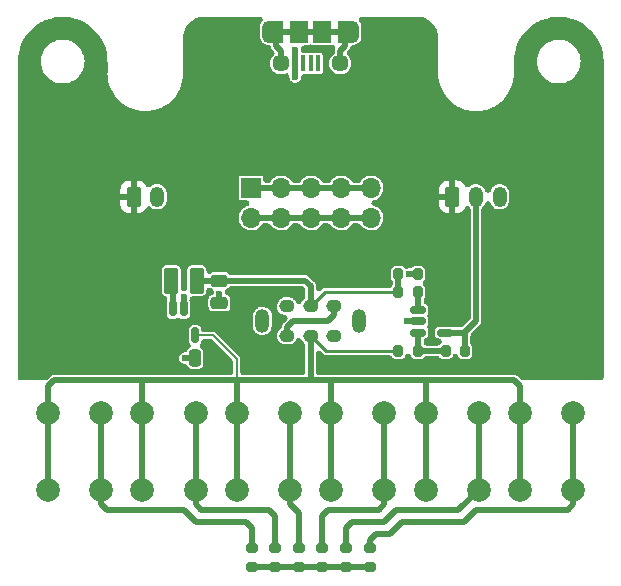
<source format=gtl>
%TF.GenerationSoftware,KiCad,Pcbnew,(6.0.2)*%
%TF.CreationDate,2022-05-16T10:21:06+01:00*%
%TF.ProjectId,led-tester,6c65642d-7465-4737-9465-722e6b696361,rev?*%
%TF.SameCoordinates,Original*%
%TF.FileFunction,Copper,L1,Top*%
%TF.FilePolarity,Positive*%
%FSLAX46Y46*%
G04 Gerber Fmt 4.6, Leading zero omitted, Abs format (unit mm)*
G04 Created by KiCad (PCBNEW (6.0.2)) date 2022-05-16 10:21:06*
%MOMM*%
%LPD*%
G01*
G04 APERTURE LIST*
G04 Aperture macros list*
%AMRoundRect*
0 Rectangle with rounded corners*
0 $1 Rounding radius*
0 $2 $3 $4 $5 $6 $7 $8 $9 X,Y pos of 4 corners*
0 Add a 4 corners polygon primitive as box body*
4,1,4,$2,$3,$4,$5,$6,$7,$8,$9,$2,$3,0*
0 Add four circle primitives for the rounded corners*
1,1,$1+$1,$2,$3*
1,1,$1+$1,$4,$5*
1,1,$1+$1,$6,$7*
1,1,$1+$1,$8,$9*
0 Add four rect primitives between the rounded corners*
20,1,$1+$1,$2,$3,$4,$5,0*
20,1,$1+$1,$4,$5,$6,$7,0*
20,1,$1+$1,$6,$7,$8,$9,0*
20,1,$1+$1,$8,$9,$2,$3,0*%
G04 Aperture macros list end*
%TA.AperFunction,ComponentPad*%
%ADD10C,2.000000*%
%TD*%
%TA.AperFunction,SMDPad,CuDef*%
%ADD11RoundRect,0.200000X0.200000X0.275000X-0.200000X0.275000X-0.200000X-0.275000X0.200000X-0.275000X0*%
%TD*%
%TA.AperFunction,SMDPad,CuDef*%
%ADD12R,0.400000X1.350000*%
%TD*%
%TA.AperFunction,SMDPad,CuDef*%
%ADD13R,1.200000X1.900000*%
%TD*%
%TA.AperFunction,ComponentPad*%
%ADD14C,1.450000*%
%TD*%
%TA.AperFunction,SMDPad,CuDef*%
%ADD15R,1.500000X1.900000*%
%TD*%
%TA.AperFunction,ComponentPad*%
%ADD16O,1.200000X1.900000*%
%TD*%
%TA.AperFunction,SMDPad,CuDef*%
%ADD17RoundRect,0.200000X-0.275000X0.200000X-0.275000X-0.200000X0.275000X-0.200000X0.275000X0.200000X0*%
%TD*%
%TA.AperFunction,SMDPad,CuDef*%
%ADD18RoundRect,0.250000X-0.250000X-0.475000X0.250000X-0.475000X0.250000X0.475000X-0.250000X0.475000X0*%
%TD*%
%TA.AperFunction,ComponentPad*%
%ADD19R,1.700000X1.700000*%
%TD*%
%TA.AperFunction,ComponentPad*%
%ADD20O,1.700000X1.700000*%
%TD*%
%TA.AperFunction,ComponentPad*%
%ADD21O,1.200000X2.000000*%
%TD*%
%TA.AperFunction,ComponentPad*%
%ADD22O,1.300000X1.100000*%
%TD*%
%TA.AperFunction,SMDPad,CuDef*%
%ADD23RoundRect,0.250000X-0.475000X0.250000X-0.475000X-0.250000X0.475000X-0.250000X0.475000X0.250000X0*%
%TD*%
%TA.AperFunction,SMDPad,CuDef*%
%ADD24RoundRect,0.250000X-0.375000X-0.850000X0.375000X-0.850000X0.375000X0.850000X-0.375000X0.850000X0*%
%TD*%
%TA.AperFunction,SMDPad,CuDef*%
%ADD25RoundRect,0.150000X-0.150000X0.512500X-0.150000X-0.512500X0.150000X-0.512500X0.150000X0.512500X0*%
%TD*%
%TA.AperFunction,SMDPad,CuDef*%
%ADD26RoundRect,0.150000X-0.512500X-0.150000X0.512500X-0.150000X0.512500X0.150000X-0.512500X0.150000X0*%
%TD*%
%TA.AperFunction,ComponentPad*%
%ADD27RoundRect,0.250000X-0.350000X-0.625000X0.350000X-0.625000X0.350000X0.625000X-0.350000X0.625000X0*%
%TD*%
%TA.AperFunction,ComponentPad*%
%ADD28O,1.200000X1.750000*%
%TD*%
%TA.AperFunction,ViaPad*%
%ADD29C,0.600000*%
%TD*%
%TA.AperFunction,Conductor*%
%ADD30C,0.500000*%
%TD*%
%TA.AperFunction,Conductor*%
%ADD31C,0.250000*%
%TD*%
%TA.AperFunction,Conductor*%
%ADD32C,0.200000*%
%TD*%
G04 APERTURE END LIST*
D10*
%TO.P,SW2,1,1*%
%TO.N,LED-*%
X102750000Y-83750000D03*
X102750000Y-90250000D03*
%TO.P,SW2,2,2*%
%TO.N,Net-(R1-Pad1)*%
X107250000Y-90250000D03*
X107250000Y-83750000D03*
%TD*%
D11*
%TO.P,R9,1*%
%TO.N,Net-(J3-Pad2)*%
X138075000Y-78500000D03*
%TO.P,R9,2*%
%TO.N,Net-(R8-Pad1)*%
X136425000Y-78500000D03*
%TD*%
D12*
%TO.P,J1,1,VBUS*%
%TO.N,+5V*%
X126300000Y-54162500D03*
%TO.P,J1,2,D-*%
%TO.N,unconnected-(J1-Pad2)*%
X125650000Y-54162500D03*
%TO.P,J1,3,D+*%
%TO.N,unconnected-(J1-Pad3)*%
X125000000Y-54162500D03*
%TO.P,J1,4,ID*%
%TO.N,unconnected-(J1-Pad4)*%
X124350000Y-54162500D03*
%TO.P,J1,5,GND*%
%TO.N,GND*%
X123700000Y-54162500D03*
D13*
%TO.P,J1,6,Shield*%
%TO.N,unconnected-(J1-Pad6)*%
X122100000Y-51462500D03*
D14*
X127500000Y-54162500D03*
D13*
X127900000Y-51462500D03*
D15*
X124000000Y-51462500D03*
D16*
X128500000Y-51462500D03*
D14*
X122500000Y-54162500D03*
D15*
X126000000Y-51462500D03*
D16*
X121500000Y-51462500D03*
%TD*%
D17*
%TO.P,R3,1*%
%TO.N,Net-(R3-Pad1)*%
X124000000Y-95175000D03*
%TO.P,R3,2*%
%TO.N,GND*%
X124000000Y-96825000D03*
%TD*%
D18*
%TO.P,C1,1*%
%TO.N,+5V*%
X113325000Y-79110000D03*
%TO.P,C1,2*%
%TO.N,GND*%
X115225000Y-79110000D03*
%TD*%
D17*
%TO.P,R1,1*%
%TO.N,Net-(R1-Pad1)*%
X120000000Y-95175000D03*
%TO.P,R1,2*%
%TO.N,GND*%
X120000000Y-96825000D03*
%TD*%
D10*
%TO.P,SW3,1,1*%
%TO.N,LED-*%
X110750000Y-83750000D03*
X110750000Y-90250000D03*
%TO.P,SW3,2,2*%
%TO.N,Net-(R2-Pad1)*%
X115250000Y-83750000D03*
X115250000Y-90250000D03*
%TD*%
D19*
%TO.P,J4,1,Pin_1*%
%TO.N,Net-(J4-Pad1)*%
X119950000Y-64710000D03*
D20*
%TO.P,J4,2,Pin_2*%
%TO.N,Net-(J4-Pad10)*%
X119950000Y-67250000D03*
%TO.P,J4,3,Pin_3*%
%TO.N,Net-(J4-Pad1)*%
X122490000Y-64710000D03*
%TO.P,J4,4,Pin_4*%
%TO.N,Net-(J4-Pad10)*%
X122490000Y-67250000D03*
%TO.P,J4,5,Pin_5*%
%TO.N,Net-(J4-Pad1)*%
X125030000Y-64710000D03*
%TO.P,J4,6,Pin_6*%
%TO.N,Net-(J4-Pad10)*%
X125030000Y-67250000D03*
%TO.P,J4,7,Pin_7*%
%TO.N,Net-(J4-Pad1)*%
X127570000Y-64710000D03*
%TO.P,J4,8,Pin_8*%
%TO.N,Net-(J4-Pad10)*%
X127570000Y-67250000D03*
%TO.P,J4,9,Pin_9*%
%TO.N,Net-(J4-Pad1)*%
X130110000Y-64710000D03*
%TO.P,J4,10,Pin_10*%
%TO.N,Net-(J4-Pad10)*%
X130110000Y-67250000D03*
%TD*%
D10*
%TO.P,SW5,1,1*%
%TO.N,LED-*%
X126750000Y-83750000D03*
X126750000Y-90250000D03*
%TO.P,SW5,2,2*%
%TO.N,Net-(R4-Pad1)*%
X131250000Y-83750000D03*
X131250000Y-90250000D03*
%TD*%
D17*
%TO.P,R2,1*%
%TO.N,Net-(R2-Pad1)*%
X122000000Y-95175000D03*
%TO.P,R2,2*%
%TO.N,GND*%
X122000000Y-96825000D03*
%TD*%
D10*
%TO.P,SW4,1,1*%
%TO.N,LED-*%
X118750000Y-90250000D03*
X118750000Y-83750000D03*
%TO.P,SW4,2,2*%
%TO.N,Net-(R3-Pad1)*%
X123250000Y-90250000D03*
X123250000Y-83750000D03*
%TD*%
D21*
%TO.P,SW1,*%
%TO.N,*%
X129100000Y-75960000D03*
X120900000Y-75960000D03*
D22*
%TO.P,SW1,1,A*%
%TO.N,Net-(J4-Pad10)*%
X123000000Y-74710000D03*
%TO.P,SW1,2,B*%
%TO.N,LED+*%
X125000000Y-74710000D03*
%TO.P,SW1,3,C*%
%TO.N,Net-(J4-Pad1)*%
X127000000Y-74710000D03*
%TO.P,SW1,4,A*%
X123000000Y-77210000D03*
%TO.P,SW1,5,B*%
%TO.N,LED-*%
X125000000Y-77210000D03*
%TO.P,SW1,6,C*%
%TO.N,Net-(J4-Pad10)*%
X127000000Y-77210000D03*
%TD*%
D10*
%TO.P,SW6,1,1*%
%TO.N,LED-*%
X134750000Y-83750000D03*
X134750000Y-90250000D03*
%TO.P,SW6,2,2*%
%TO.N,Net-(R5-Pad1)*%
X139250000Y-83750000D03*
X139250000Y-90250000D03*
%TD*%
D17*
%TO.P,R6,1*%
%TO.N,Net-(R6-Pad1)*%
X130000000Y-95175000D03*
%TO.P,R6,2*%
%TO.N,GND*%
X130000000Y-96825000D03*
%TD*%
%TO.P,R5,1*%
%TO.N,Net-(R5-Pad1)*%
X128000000Y-95175000D03*
%TO.P,R5,2*%
%TO.N,GND*%
X128000000Y-96825000D03*
%TD*%
D10*
%TO.P,SW7,1,1*%
%TO.N,LED-*%
X142750000Y-90250000D03*
X142750000Y-83750000D03*
%TO.P,SW7,2,2*%
%TO.N,Net-(R6-Pad1)*%
X147250000Y-90250000D03*
X147250000Y-83750000D03*
%TD*%
D23*
%TO.P,C2,1*%
%TO.N,LED+*%
X117275000Y-72550000D03*
%TO.P,C2,2*%
%TO.N,GND*%
X117275000Y-74450000D03*
%TD*%
D17*
%TO.P,R4,1*%
%TO.N,Net-(R4-Pad1)*%
X126000000Y-95175000D03*
%TO.P,R4,2*%
%TO.N,GND*%
X126000000Y-96825000D03*
%TD*%
D24*
%TO.P,L1,1*%
%TO.N,Net-(L1-Pad1)*%
X113200000Y-72550000D03*
%TO.P,L1,2*%
%TO.N,LED+*%
X115350000Y-72550000D03*
%TD*%
D11*
%TO.P,R7,1*%
%TO.N,Net-(R7-Pad1)*%
X134075000Y-73500000D03*
%TO.P,R7,2*%
%TO.N,LED+*%
X132425000Y-73500000D03*
%TD*%
%TO.P,R8,1*%
%TO.N,Net-(R8-Pad1)*%
X134075000Y-78500000D03*
%TO.P,R8,2*%
%TO.N,LED-*%
X132425000Y-78500000D03*
%TD*%
D25*
%TO.P,U1,1,EN*%
%TO.N,+5V*%
X115225000Y-74910000D03*
%TO.P,U1,2,GND*%
%TO.N,GND*%
X114275000Y-74910000D03*
%TO.P,U1,3,SW*%
%TO.N,Net-(L1-Pad1)*%
X113325000Y-74910000D03*
%TO.P,U1,4,VIN*%
%TO.N,+5V*%
X113325000Y-77185000D03*
%TO.P,U1,5,FB*%
%TO.N,LED-*%
X115225000Y-77185000D03*
%TD*%
D26*
%TO.P,U2,1,+*%
%TO.N,Net-(R7-Pad1)*%
X134112500Y-75050000D03*
%TO.P,U2,2,V-*%
%TO.N,GND*%
X134112500Y-76000000D03*
%TO.P,U2,3,-*%
%TO.N,Net-(R8-Pad1)*%
X134112500Y-76950000D03*
%TO.P,U2,4*%
%TO.N,Net-(J3-Pad2)*%
X136387500Y-76950000D03*
%TO.P,U2,5,V+*%
%TO.N,+5V*%
X136387500Y-75050000D03*
%TD*%
D11*
%TO.P,R10,1*%
%TO.N,GND*%
X134075000Y-72000000D03*
%TO.P,R10,2*%
%TO.N,LED+*%
X132425000Y-72000000D03*
%TD*%
D27*
%TO.P,J3,1,Pin_1*%
%TO.N,+5V*%
X137000000Y-65450000D03*
D28*
%TO.P,J3,2,Pin_2*%
%TO.N,Net-(J3-Pad2)*%
X139000000Y-65450000D03*
%TO.P,J3,3,Pin_3*%
%TO.N,GND*%
X141000000Y-65450000D03*
%TD*%
D27*
%TO.P,J2,1,Pin_1*%
%TO.N,+5V*%
X110000000Y-65450000D03*
D28*
%TO.P,J2,2,Pin_2*%
%TO.N,GND*%
X112000000Y-65450000D03*
%TD*%
D29*
%TO.N,GND*%
X117275000Y-73650000D03*
X133350000Y-72000000D03*
X129000000Y-96825000D03*
X133150000Y-76000000D03*
X123000000Y-96825000D03*
X114275000Y-73910000D03*
X123700000Y-55310000D03*
X127000000Y-96825000D03*
X121000000Y-96825000D03*
X123700000Y-53010000D03*
X114375000Y-79110000D03*
X125000000Y-96825000D03*
%TD*%
D30*
%TO.N,GND*%
X134112500Y-76000000D02*
X133150000Y-76000000D01*
X123700000Y-54162500D02*
X123700000Y-53010000D01*
X134075000Y-72000000D02*
X133350000Y-72000000D01*
X120000000Y-96825000D02*
X130000000Y-96825000D01*
X123700000Y-55310000D02*
X123700000Y-54162500D01*
X114375000Y-79110000D02*
X115225000Y-79110000D01*
X114275000Y-74910000D02*
X114275000Y-73910000D01*
X117275000Y-74450000D02*
X117275000Y-73650000D01*
%TO.N,LED+*%
X124550000Y-72550000D02*
X125000000Y-73000000D01*
X132425000Y-73500000D02*
X132425000Y-72000000D01*
D31*
X126210000Y-73500000D02*
X132425000Y-73500000D01*
X125000000Y-74710000D02*
X126210000Y-73500000D01*
D30*
X125000000Y-73000000D02*
X125000000Y-74710000D01*
X124550000Y-72550000D02*
X115350000Y-72550000D01*
%TO.N,Net-(L1-Pad1)*%
X113325000Y-74910000D02*
X113325000Y-72675000D01*
X113325000Y-72675000D02*
X113200000Y-72550000D01*
%TO.N,Net-(R7-Pad1)*%
X134162500Y-73467500D02*
X134125000Y-73430000D01*
X134112500Y-73537500D02*
X134075000Y-73500000D01*
X134112500Y-75050000D02*
X134112500Y-73537500D01*
%TO.N,LED-*%
X118750000Y-83750000D02*
X118750000Y-81000000D01*
D31*
X126290000Y-78500000D02*
X132425000Y-78500000D01*
D32*
X116750000Y-77185000D02*
X118750000Y-79185000D01*
D30*
X125000000Y-81000000D02*
X125000000Y-77210000D01*
X102750000Y-81500000D02*
X103250000Y-81000000D01*
X102750000Y-83750000D02*
X102750000Y-81500000D01*
X134750000Y-90250000D02*
X134750000Y-83750000D01*
X118750000Y-90250000D02*
X118750000Y-83750000D01*
X142750000Y-90250000D02*
X142750000Y-83750000D01*
D32*
X115225000Y-77185000D02*
X116750000Y-77185000D01*
D30*
X103250000Y-81000000D02*
X142250000Y-81000000D01*
X110750000Y-90250000D02*
X110750000Y-83750000D01*
D32*
X118750000Y-79185000D02*
X118750000Y-81000000D01*
D31*
X125000000Y-77210000D02*
X126290000Y-78500000D01*
D30*
X102750000Y-90250000D02*
X102750000Y-83750000D01*
X142250000Y-81000000D02*
X142750000Y-81500000D01*
X142750000Y-81500000D02*
X142750000Y-83750000D01*
X126750000Y-83750000D02*
X126750000Y-81000000D01*
X110750000Y-83750000D02*
X110750000Y-81000000D01*
X126750000Y-90250000D02*
X126750000Y-83750000D01*
X134750000Y-83750000D02*
X134750000Y-81000000D01*
%TO.N,unconnected-(J1-Pad6)*%
X127500000Y-53110000D02*
X127900000Y-52710000D01*
X121500000Y-51462500D02*
X128500000Y-51462500D01*
X127500000Y-54162500D02*
X127500000Y-53110000D01*
X122100000Y-52710000D02*
X122100000Y-51462500D01*
X127900000Y-52710000D02*
X127900000Y-51462500D01*
X122500000Y-54162500D02*
X122500000Y-53110000D01*
X122500000Y-53110000D02*
X122100000Y-52710000D01*
%TO.N,Net-(J3-Pad2)*%
X137985000Y-76950000D02*
X138075000Y-77040000D01*
X139000000Y-65450000D02*
X139000000Y-76000000D01*
X138075000Y-77040000D02*
X138075000Y-78500000D01*
X136387500Y-76950000D02*
X137985000Y-76950000D01*
X139000000Y-76000000D02*
X138000000Y-77000000D01*
%TO.N,Net-(R8-Pad1)*%
X134112500Y-76950000D02*
X134112500Y-78462500D01*
X136425000Y-78500000D02*
X134075000Y-78500000D01*
X134112500Y-78462500D02*
X134075000Y-78500000D01*
%TO.N,Net-(R1-Pad1)*%
X107250000Y-91500000D02*
X107250000Y-90250000D01*
X115250000Y-93000000D02*
X114250000Y-92000000D01*
X119500000Y-93000000D02*
X115250000Y-93000000D01*
X120000000Y-95175000D02*
X120000000Y-93500000D01*
X107250000Y-83750000D02*
X107250000Y-90250000D01*
X107750000Y-92000000D02*
X107250000Y-91500000D01*
X114250000Y-92000000D02*
X107750000Y-92000000D01*
X120000000Y-93500000D02*
X119500000Y-93000000D01*
%TO.N,Net-(R2-Pad1)*%
X115250000Y-91500000D02*
X115250000Y-90250000D01*
X115250000Y-83750000D02*
X115250000Y-90250000D01*
X122000000Y-92500000D02*
X121500000Y-92000000D01*
X121500000Y-92000000D02*
X115750000Y-92000000D01*
X122000000Y-95175000D02*
X122000000Y-92500000D01*
X115750000Y-92000000D02*
X115250000Y-91500000D01*
%TO.N,Net-(R3-Pad1)*%
X123250000Y-83750000D02*
X123250000Y-90250000D01*
X123250000Y-91500000D02*
X124000000Y-92250000D01*
X124000000Y-92250000D02*
X124000000Y-95175000D01*
X123250000Y-90250000D02*
X123250000Y-91500000D01*
%TO.N,Net-(R4-Pad1)*%
X130750000Y-92000000D02*
X126500000Y-92000000D01*
X131250000Y-83750000D02*
X131250000Y-90250000D01*
X126500000Y-92000000D02*
X126000000Y-92500000D01*
X126000000Y-92500000D02*
X126000000Y-95175000D01*
X131250000Y-90250000D02*
X131250000Y-91500000D01*
X131250000Y-91500000D02*
X130750000Y-92000000D01*
%TO.N,Net-(R5-Pad1)*%
X131250000Y-93000000D02*
X132250000Y-92000000D01*
X137500000Y-92000000D02*
X139250000Y-90250000D01*
X132250000Y-92000000D02*
X137500000Y-92000000D01*
X128000000Y-95175000D02*
X128000000Y-93500000D01*
X128000000Y-93500000D02*
X128500000Y-93000000D01*
X139250000Y-83750000D02*
X139250000Y-90250000D01*
X128500000Y-93000000D02*
X131250000Y-93000000D01*
%TO.N,Net-(R6-Pad1)*%
X132750000Y-93000000D02*
X138000000Y-93000000D01*
X130500000Y-94000000D02*
X131750000Y-94000000D01*
X131750000Y-94000000D02*
X132750000Y-93000000D01*
X130000000Y-95175000D02*
X130000000Y-94500000D01*
X139000000Y-92000000D02*
X146750000Y-92000000D01*
X138000000Y-93000000D02*
X139000000Y-92000000D01*
X147250000Y-91500000D02*
X147250000Y-90250000D01*
X146750000Y-92000000D02*
X147250000Y-91500000D01*
X147250000Y-83750000D02*
X147250000Y-90250000D01*
X130000000Y-94500000D02*
X130500000Y-94000000D01*
%TO.N,Net-(J4-Pad1)*%
X123000000Y-77210000D02*
X123000000Y-76500000D01*
X123500000Y-76000000D02*
X126500000Y-76000000D01*
X123000000Y-76500000D02*
X123500000Y-76000000D01*
X120030000Y-64710000D02*
X130190000Y-64710000D01*
X126500000Y-76000000D02*
X127000000Y-75500000D01*
X127000000Y-75500000D02*
X127000000Y-74710000D01*
%TO.N,Net-(J4-Pad10)*%
X130110000Y-67250000D02*
X119950000Y-67250000D01*
%TD*%
%TA.AperFunction,Conductor*%
%TO.N,+5V*%
G36*
X120777601Y-50218954D02*
G01*
X120858383Y-50272930D01*
X120912359Y-50353712D01*
X120931313Y-50449000D01*
X120912359Y-50544288D01*
X120878969Y-50600189D01*
X120875732Y-50603359D01*
X120778446Y-50754317D01*
X120773685Y-50767399D01*
X120728348Y-50891961D01*
X120717022Y-50923078D01*
X120699500Y-51061783D01*
X120699500Y-51857655D01*
X120700276Y-51864571D01*
X120700276Y-51864575D01*
X120701895Y-51879004D01*
X120714454Y-51990972D01*
X120773515Y-52160573D01*
X120868684Y-52312875D01*
X120995230Y-52440307D01*
X121146864Y-52536537D01*
X121159976Y-52541206D01*
X121159978Y-52541207D01*
X121201548Y-52556009D01*
X121316049Y-52596781D01*
X121444553Y-52612104D01*
X121536921Y-52642205D01*
X121610744Y-52705366D01*
X121654776Y-52791970D01*
X121661299Y-52822332D01*
X121664551Y-52843962D01*
X121667679Y-52850475D01*
X121668975Y-52857573D01*
X121676513Y-52872084D01*
X121676514Y-52872087D01*
X121695114Y-52907894D01*
X121698605Y-52914879D01*
X121723191Y-52966079D01*
X121728094Y-52971383D01*
X121731421Y-52977788D01*
X121735725Y-52982828D01*
X121771267Y-53018370D01*
X121778044Y-53025419D01*
X121802511Y-53051888D01*
X121802513Y-53051890D01*
X121815146Y-53065556D01*
X121822838Y-53070024D01*
X121823632Y-53070735D01*
X121875075Y-53122178D01*
X121929051Y-53202960D01*
X121948005Y-53298248D01*
X121929051Y-53393536D01*
X121877366Y-53470889D01*
X121877308Y-53470931D01*
X121869468Y-53479638D01*
X121869466Y-53479640D01*
X121755864Y-53605807D01*
X121755860Y-53605812D01*
X121747130Y-53615508D01*
X121649856Y-53783992D01*
X121589738Y-53969018D01*
X121569402Y-54162500D01*
X121589738Y-54355982D01*
X121649856Y-54541008D01*
X121747130Y-54709492D01*
X121755860Y-54719188D01*
X121755864Y-54719193D01*
X121852700Y-54826739D01*
X121877308Y-54854069D01*
X121946896Y-54904627D01*
X122024139Y-54960749D01*
X122024144Y-54960752D01*
X122034701Y-54968422D01*
X122046625Y-54973731D01*
X122046627Y-54973732D01*
X122156828Y-55022796D01*
X122212429Y-55047551D01*
X122402726Y-55088000D01*
X122597274Y-55088000D01*
X122787571Y-55047551D01*
X122849922Y-55019791D01*
X122944681Y-54998350D01*
X123040432Y-55014804D01*
X123122599Y-55066648D01*
X123178671Y-55145989D01*
X123200112Y-55240749D01*
X123197232Y-55285575D01*
X123194391Y-55303823D01*
X123212980Y-55445979D01*
X123270720Y-55577203D01*
X123362970Y-55686948D01*
X123482313Y-55766390D01*
X123499246Y-55771680D01*
X123499248Y-55771681D01*
X123602224Y-55803852D01*
X123619157Y-55809142D01*
X123685992Y-55810367D01*
X123744760Y-55811445D01*
X123744762Y-55811445D01*
X123762499Y-55811770D01*
X123900817Y-55774060D01*
X123915932Y-55764779D01*
X123915935Y-55764778D01*
X124007876Y-55708326D01*
X124007878Y-55708325D01*
X124022991Y-55699045D01*
X124046987Y-55672535D01*
X124107297Y-55605904D01*
X124119200Y-55592754D01*
X124181710Y-55463733D01*
X124205496Y-55322354D01*
X124205647Y-55310000D01*
X124204560Y-55302409D01*
X124217184Y-55206854D01*
X124265800Y-55122737D01*
X124342905Y-55063628D01*
X124436761Y-55038526D01*
X124452933Y-55038000D01*
X124569748Y-55038000D01*
X124581734Y-55035616D01*
X124581742Y-55035615D01*
X124626423Y-55026727D01*
X124723577Y-55026727D01*
X124768258Y-55035615D01*
X124768266Y-55035616D01*
X124780252Y-55038000D01*
X125219748Y-55038000D01*
X125231734Y-55035616D01*
X125231742Y-55035615D01*
X125276423Y-55026727D01*
X125373577Y-55026727D01*
X125418258Y-55035615D01*
X125418266Y-55035616D01*
X125430252Y-55038000D01*
X125869748Y-55038000D01*
X125881737Y-55035615D01*
X125881739Y-55035615D01*
X125904181Y-55031151D01*
X125904182Y-55031151D01*
X125928231Y-55026367D01*
X125994552Y-54982052D01*
X126038867Y-54915731D01*
X126050500Y-54857248D01*
X126050500Y-53467752D01*
X126038867Y-53409269D01*
X125994552Y-53342948D01*
X125928231Y-53298633D01*
X125904182Y-53293849D01*
X125904181Y-53293849D01*
X125881739Y-53289385D01*
X125881737Y-53289385D01*
X125869748Y-53287000D01*
X125430252Y-53287000D01*
X125418266Y-53289384D01*
X125418258Y-53289385D01*
X125373577Y-53298273D01*
X125276423Y-53298273D01*
X125231742Y-53289385D01*
X125231734Y-53289384D01*
X125219748Y-53287000D01*
X124780252Y-53287000D01*
X124768266Y-53289384D01*
X124768258Y-53289385D01*
X124723577Y-53298273D01*
X124626423Y-53298273D01*
X124581742Y-53289385D01*
X124581734Y-53289384D01*
X124569748Y-53287000D01*
X124453347Y-53287000D01*
X124358059Y-53268046D01*
X124277277Y-53214070D01*
X124223301Y-53133288D01*
X124204347Y-53038000D01*
X124204884Y-53025989D01*
X124205496Y-53022354D01*
X124205647Y-53010000D01*
X124189507Y-52897298D01*
X124194761Y-52800287D01*
X124236740Y-52712669D01*
X124309054Y-52647786D01*
X124400693Y-52615515D01*
X124435992Y-52613000D01*
X124769748Y-52613000D01*
X124781737Y-52610615D01*
X124781739Y-52610615D01*
X124804181Y-52606151D01*
X124804182Y-52606151D01*
X124828231Y-52601367D01*
X124861660Y-52579030D01*
X124951419Y-52541849D01*
X125048574Y-52541848D01*
X125138340Y-52579030D01*
X125171769Y-52601367D01*
X125195818Y-52606151D01*
X125195819Y-52606151D01*
X125218261Y-52610615D01*
X125218263Y-52610615D01*
X125230252Y-52613000D01*
X126769748Y-52613000D01*
X126781734Y-52610616D01*
X126781742Y-52610615D01*
X126799565Y-52607069D01*
X126896720Y-52607068D01*
X126986480Y-52644246D01*
X127055180Y-52712944D01*
X127092361Y-52802703D01*
X127092362Y-52899858D01*
X127085556Y-52926367D01*
X127073759Y-52963669D01*
X127071283Y-52971089D01*
X127057902Y-53009192D01*
X127057900Y-53009199D01*
X127052481Y-53024631D01*
X127052198Y-53031845D01*
X127050020Y-53038730D01*
X127049500Y-53045337D01*
X127049500Y-53095603D01*
X127049308Y-53105380D01*
X127047162Y-53159994D01*
X127049441Y-53168591D01*
X127049500Y-53169657D01*
X127049500Y-53218954D01*
X127030546Y-53314242D01*
X126976570Y-53395024D01*
X126946859Y-53420399D01*
X126877308Y-53470931D01*
X126868576Y-53480629D01*
X126755864Y-53605807D01*
X126755860Y-53605812D01*
X126747130Y-53615508D01*
X126649856Y-53783992D01*
X126589738Y-53969018D01*
X126569402Y-54162500D01*
X126589738Y-54355982D01*
X126649856Y-54541008D01*
X126747130Y-54709492D01*
X126755860Y-54719188D01*
X126755864Y-54719193D01*
X126852700Y-54826739D01*
X126877308Y-54854069D01*
X126946896Y-54904627D01*
X127024139Y-54960749D01*
X127024144Y-54960752D01*
X127034701Y-54968422D01*
X127046625Y-54973731D01*
X127046627Y-54973732D01*
X127156828Y-55022796D01*
X127212429Y-55047551D01*
X127402726Y-55088000D01*
X127597274Y-55088000D01*
X127787571Y-55047551D01*
X127843172Y-55022796D01*
X127953373Y-54973732D01*
X127953375Y-54973731D01*
X127965299Y-54968422D01*
X127975856Y-54960752D01*
X127975861Y-54960749D01*
X128053104Y-54904627D01*
X128122692Y-54854069D01*
X128147300Y-54826739D01*
X128244136Y-54719193D01*
X128244140Y-54719188D01*
X128252870Y-54709492D01*
X128350144Y-54541008D01*
X128410262Y-54355982D01*
X128430598Y-54162500D01*
X128410262Y-53969018D01*
X128350144Y-53783992D01*
X128252870Y-53615508D01*
X128244140Y-53605812D01*
X128244136Y-53605807D01*
X128122692Y-53470931D01*
X128124162Y-53469607D01*
X128076249Y-53405440D01*
X128052336Y-53311274D01*
X128066279Y-53215125D01*
X128115956Y-53131630D01*
X128124925Y-53122178D01*
X128189232Y-53057871D01*
X128211147Y-53038398D01*
X128217493Y-53033395D01*
X128232110Y-53021872D01*
X128264383Y-52975177D01*
X128268910Y-52968842D01*
X128292907Y-52936353D01*
X128302634Y-52923184D01*
X128305027Y-52916368D01*
X128309131Y-52910431D01*
X128322525Y-52868082D01*
X128326241Y-52856331D01*
X128328717Y-52848911D01*
X128342098Y-52810808D01*
X128342100Y-52810801D01*
X128347519Y-52795369D01*
X128347799Y-52788239D01*
X128347886Y-52787893D01*
X128349234Y-52783631D01*
X128396040Y-52698494D01*
X128471864Y-52637750D01*
X128560614Y-52611083D01*
X128672983Y-52599273D01*
X128686161Y-52594787D01*
X128829816Y-52545883D01*
X128829817Y-52545882D01*
X128842993Y-52541397D01*
X128877991Y-52519866D01*
X128984103Y-52454586D01*
X128984107Y-52454583D01*
X128995955Y-52447294D01*
X129124268Y-52321641D01*
X129146376Y-52287337D01*
X129169930Y-52250787D01*
X129221554Y-52170683D01*
X129275407Y-52022723D01*
X129278215Y-52015009D01*
X129278216Y-52015007D01*
X129282978Y-52001922D01*
X129300500Y-51863217D01*
X129300500Y-51067345D01*
X129299146Y-51055268D01*
X129287097Y-50947859D01*
X129285546Y-50934028D01*
X129226485Y-50764427D01*
X129203228Y-50727208D01*
X129138695Y-50623933D01*
X129138692Y-50623930D01*
X129131316Y-50612125D01*
X129122327Y-50603073D01*
X129078297Y-50517216D01*
X129070421Y-50420381D01*
X129100202Y-50327902D01*
X129163105Y-50253860D01*
X129249555Y-50209526D01*
X129317771Y-50200000D01*
X133977277Y-50200000D01*
X133977277Y-50201268D01*
X133980343Y-50200705D01*
X133999642Y-50205143D01*
X134014001Y-50201894D01*
X134017246Y-50202640D01*
X134017345Y-50201137D01*
X134017346Y-50201137D01*
X134040278Y-50202640D01*
X134218666Y-50214332D01*
X134250953Y-50218583D01*
X134449873Y-50258151D01*
X134481334Y-50266581D01*
X134673372Y-50331770D01*
X134703462Y-50344233D01*
X134885363Y-50433936D01*
X134913571Y-50450222D01*
X135082198Y-50562895D01*
X135108039Y-50582723D01*
X135260522Y-50716448D01*
X135283552Y-50739478D01*
X135417277Y-50891961D01*
X135437105Y-50917802D01*
X135549778Y-51086429D01*
X135566064Y-51114637D01*
X135655767Y-51296538D01*
X135668230Y-51326628D01*
X135733419Y-51518666D01*
X135741849Y-51550127D01*
X135781417Y-51749047D01*
X135785668Y-51781334D01*
X135791035Y-51863217D01*
X135798502Y-51977141D01*
X135798841Y-51982317D01*
X135794857Y-51999642D01*
X135799088Y-52018341D01*
X135798591Y-52035099D01*
X135800000Y-52049536D01*
X135800000Y-54977277D01*
X135798732Y-54977277D01*
X135799295Y-54980344D01*
X135794857Y-54999642D01*
X135795414Y-55002104D01*
X135800275Y-55091763D01*
X135813108Y-55328447D01*
X135814086Y-55346489D01*
X135870224Y-55688916D01*
X135963056Y-56023266D01*
X136091493Y-56345619D01*
X136254030Y-56652195D01*
X136448761Y-56939402D01*
X136673402Y-57203870D01*
X136925321Y-57442501D01*
X136930704Y-57446593D01*
X137196192Y-57648412D01*
X137196200Y-57648418D01*
X137201564Y-57652495D01*
X137498891Y-57831391D01*
X137813818Y-57977092D01*
X137820199Y-57979242D01*
X137820204Y-57979244D01*
X138136267Y-58085738D01*
X138136273Y-58085740D01*
X138142652Y-58087889D01*
X138346136Y-58132679D01*
X138474949Y-58161033D01*
X138474951Y-58161033D01*
X138481537Y-58162483D01*
X138826501Y-58200000D01*
X139173499Y-58200000D01*
X139518463Y-58162483D01*
X139525049Y-58161033D01*
X139525051Y-58161033D01*
X139653864Y-58132679D01*
X139857348Y-58087889D01*
X139863727Y-58085740D01*
X139863733Y-58085738D01*
X140179796Y-57979244D01*
X140179801Y-57979242D01*
X140186182Y-57977092D01*
X140501109Y-57831391D01*
X140798436Y-57652495D01*
X140803800Y-57648418D01*
X140803808Y-57648412D01*
X141069296Y-57446593D01*
X141074679Y-57442501D01*
X141326598Y-57203870D01*
X141551239Y-56939402D01*
X141745970Y-56652195D01*
X141908507Y-56345619D01*
X142036944Y-56023266D01*
X142129776Y-55688916D01*
X142144176Y-55601081D01*
X142184825Y-55353134D01*
X142184826Y-55353127D01*
X142185914Y-55346489D01*
X142186893Y-55328447D01*
X142198230Y-55119328D01*
X142204514Y-55003424D01*
X142205142Y-55000716D01*
X142205143Y-55000000D01*
X142202016Y-54986293D01*
X142201545Y-54982082D01*
X142200000Y-54954390D01*
X142200000Y-54045741D01*
X142200209Y-54042095D01*
X144145028Y-54042095D01*
X144145885Y-54051076D01*
X144145885Y-54051082D01*
X144157754Y-54175477D01*
X144170534Y-54309431D01*
X144172678Y-54318195D01*
X144172679Y-54318198D01*
X144212457Y-54480756D01*
X144234364Y-54570285D01*
X144335182Y-54819192D01*
X144339735Y-54826968D01*
X144339737Y-54826972D01*
X144377626Y-54891681D01*
X144470875Y-55050938D01*
X144476503Y-55057975D01*
X144476504Y-55057977D01*
X144528294Y-55122737D01*
X144638601Y-55260669D01*
X144834846Y-55443991D01*
X144842250Y-55449127D01*
X144842252Y-55449129D01*
X145048091Y-55591925D01*
X145055499Y-55597064D01*
X145063570Y-55601079D01*
X145063573Y-55601081D01*
X145287863Y-55712663D01*
X145295938Y-55716680D01*
X145551126Y-55800335D01*
X145560004Y-55801876D01*
X145560010Y-55801878D01*
X145808218Y-55844974D01*
X145815717Y-55846276D01*
X145882335Y-55849592D01*
X145897472Y-55850346D01*
X145897475Y-55850346D01*
X145900567Y-55850500D01*
X146068223Y-55850500D01*
X146072727Y-55850173D01*
X146072733Y-55850173D01*
X146131311Y-55845923D01*
X146267846Y-55836016D01*
X146377666Y-55811770D01*
X146521276Y-55780064D01*
X146521279Y-55780063D01*
X146530080Y-55778120D01*
X146765530Y-55688916D01*
X146772781Y-55686169D01*
X146772783Y-55686168D01*
X146781211Y-55682975D01*
X147015976Y-55552574D01*
X147229458Y-55389650D01*
X147417185Y-55197614D01*
X147494232Y-55091763D01*
X147569917Y-54987784D01*
X147569920Y-54987780D01*
X147575225Y-54980491D01*
X147700265Y-54742828D01*
X147708612Y-54719193D01*
X147786685Y-54498107D01*
X147786685Y-54498106D01*
X147789688Y-54489603D01*
X147791432Y-54480756D01*
X147839876Y-54234973D01*
X147839877Y-54234966D01*
X147841620Y-54226122D01*
X147854972Y-53957905D01*
X147829466Y-53690569D01*
X147808725Y-53605807D01*
X147767783Y-53438488D01*
X147767782Y-53438484D01*
X147765636Y-53429715D01*
X147664818Y-53180808D01*
X147654821Y-53163733D01*
X147573834Y-53025419D01*
X147529125Y-52949062D01*
X147518962Y-52936353D01*
X147432131Y-52827777D01*
X147361399Y-52739331D01*
X147165154Y-52556009D01*
X147150558Y-52545883D01*
X146951909Y-52408075D01*
X146951908Y-52408074D01*
X146944501Y-52402936D01*
X146936430Y-52398921D01*
X146936427Y-52398919D01*
X146712137Y-52287337D01*
X146712134Y-52287336D01*
X146704062Y-52283320D01*
X146448874Y-52199665D01*
X146439996Y-52198124D01*
X146439990Y-52198122D01*
X146191782Y-52155026D01*
X146191781Y-52155026D01*
X146184283Y-52153724D01*
X146117665Y-52150408D01*
X146102528Y-52149654D01*
X146102525Y-52149654D01*
X146099433Y-52149500D01*
X145931777Y-52149500D01*
X145927273Y-52149827D01*
X145927267Y-52149827D01*
X145868689Y-52154077D01*
X145732154Y-52163984D01*
X145723354Y-52165927D01*
X145723353Y-52165927D01*
X145478724Y-52219936D01*
X145478721Y-52219937D01*
X145469920Y-52221880D01*
X145315166Y-52280511D01*
X145229743Y-52312875D01*
X145218789Y-52317025D01*
X144984024Y-52447426D01*
X144770542Y-52610350D01*
X144582815Y-52802386D01*
X144577509Y-52809676D01*
X144577507Y-52809678D01*
X144432285Y-53009192D01*
X144424775Y-53019509D01*
X144299735Y-53257172D01*
X144296732Y-53265675D01*
X144296731Y-53265678D01*
X144224716Y-53469607D01*
X144210312Y-53510397D01*
X144208569Y-53519241D01*
X144208568Y-53519244D01*
X144160124Y-53765027D01*
X144160123Y-53765034D01*
X144158380Y-53773878D01*
X144157932Y-53782881D01*
X144157931Y-53782888D01*
X144157258Y-53796408D01*
X144145028Y-54042095D01*
X142200209Y-54042095D01*
X142201633Y-54017271D01*
X142201957Y-54014458D01*
X142205142Y-54000716D01*
X142205143Y-54000000D01*
X142203097Y-53991030D01*
X142202065Y-53957950D01*
X142202068Y-53957905D01*
X142217698Y-53639753D01*
X142220093Y-53615436D01*
X142271221Y-53270758D01*
X142275988Y-53246792D01*
X142360656Y-52908779D01*
X142367750Y-52885395D01*
X142485138Y-52557319D01*
X142494488Y-52534744D01*
X142643476Y-52219735D01*
X142654987Y-52198201D01*
X142834129Y-51899321D01*
X142847698Y-51879014D01*
X143055284Y-51599116D01*
X143070764Y-51580254D01*
X143304779Y-51322058D01*
X143322058Y-51304779D01*
X143417315Y-51218443D01*
X143580254Y-51070764D01*
X143599116Y-51055284D01*
X143879014Y-50847698D01*
X143899321Y-50834129D01*
X144198201Y-50654987D01*
X144219735Y-50643476D01*
X144534752Y-50494484D01*
X144557319Y-50485138D01*
X144885395Y-50367750D01*
X144908779Y-50360656D01*
X145246792Y-50275988D01*
X145270758Y-50271221D01*
X145615436Y-50220093D01*
X145639754Y-50217698D01*
X145830507Y-50208327D01*
X145987787Y-50200600D01*
X146012213Y-50200600D01*
X146169493Y-50208327D01*
X146360246Y-50217698D01*
X146384564Y-50220093D01*
X146729242Y-50271221D01*
X146753208Y-50275988D01*
X147091221Y-50360656D01*
X147114605Y-50367750D01*
X147442681Y-50485138D01*
X147465248Y-50494484D01*
X147780265Y-50643476D01*
X147801799Y-50654987D01*
X148100679Y-50834129D01*
X148120986Y-50847698D01*
X148400884Y-51055284D01*
X148419746Y-51070764D01*
X148582685Y-51218443D01*
X148677942Y-51304779D01*
X148695221Y-51322058D01*
X148929236Y-51580254D01*
X148944716Y-51599116D01*
X149152302Y-51879014D01*
X149165871Y-51899321D01*
X149345013Y-52198201D01*
X149356524Y-52219735D01*
X149505512Y-52534744D01*
X149514862Y-52557319D01*
X149632250Y-52885395D01*
X149639344Y-52908779D01*
X149724012Y-53246792D01*
X149728779Y-53270758D01*
X149779907Y-53615436D01*
X149782302Y-53639754D01*
X149798478Y-53969018D01*
X149799080Y-53981277D01*
X149794857Y-53999642D01*
X149799088Y-54018342D01*
X149798591Y-54035103D01*
X149800000Y-54049537D01*
X149800000Y-80751000D01*
X149781046Y-80846288D01*
X149727070Y-80927070D01*
X149646288Y-80981046D01*
X149551000Y-81000000D01*
X142990243Y-81000000D01*
X142894955Y-80981046D01*
X142814173Y-80927070D01*
X142597871Y-80710768D01*
X142578398Y-80688853D01*
X142573395Y-80682507D01*
X142561872Y-80667890D01*
X142515177Y-80635617D01*
X142508842Y-80631090D01*
X142494520Y-80620511D01*
X142463184Y-80597366D01*
X142456368Y-80594973D01*
X142450431Y-80590869D01*
X142434839Y-80585938D01*
X142434837Y-80585937D01*
X142396331Y-80573759D01*
X142388911Y-80571283D01*
X142350808Y-80557902D01*
X142350801Y-80557900D01*
X142335369Y-80552481D01*
X142328155Y-80552198D01*
X142321270Y-80550020D01*
X142314663Y-80549500D01*
X142264397Y-80549500D01*
X142254620Y-80549308D01*
X142251369Y-80549180D01*
X142200006Y-80547162D01*
X142191409Y-80549441D01*
X142190343Y-80549500D01*
X134807078Y-80549500D01*
X134800533Y-80549243D01*
X134785745Y-80545815D01*
X134744092Y-80548764D01*
X134742486Y-80548878D01*
X134724899Y-80549500D01*
X126807078Y-80549500D01*
X126800533Y-80549243D01*
X126785745Y-80545815D01*
X126744092Y-80548764D01*
X126742486Y-80548878D01*
X126724899Y-80549500D01*
X125699500Y-80549500D01*
X125604212Y-80530546D01*
X125523430Y-80476570D01*
X125469454Y-80395788D01*
X125450500Y-80300500D01*
X125450500Y-78721967D01*
X125469454Y-78626679D01*
X125523430Y-78545897D01*
X125604212Y-78491921D01*
X125699500Y-78472967D01*
X125794788Y-78491921D01*
X125875570Y-78545897D01*
X126042109Y-78712436D01*
X126056784Y-78728452D01*
X126077545Y-78753194D01*
X126096411Y-78764086D01*
X126096412Y-78764087D01*
X126105528Y-78769350D01*
X126123846Y-78781019D01*
X126150316Y-78799553D01*
X126164359Y-78803316D01*
X126176955Y-78810588D01*
X126208790Y-78816201D01*
X126229975Y-78820898D01*
X126261193Y-78829263D01*
X126282890Y-78827365D01*
X126282891Y-78827365D01*
X126293381Y-78826447D01*
X126315082Y-78825500D01*
X131648653Y-78825500D01*
X131743941Y-78844454D01*
X131824723Y-78898430D01*
X131870511Y-78961453D01*
X131896950Y-79013342D01*
X131986658Y-79103050D01*
X132099696Y-79160646D01*
X132119052Y-79163712D01*
X132119053Y-79163712D01*
X132128537Y-79165214D01*
X132193481Y-79175500D01*
X132424917Y-79175500D01*
X132656518Y-79175499D01*
X132750304Y-79160646D01*
X132863342Y-79103050D01*
X132953050Y-79013342D01*
X133010646Y-78900304D01*
X133013562Y-78881892D01*
X133060659Y-78797794D01*
X133136956Y-78737646D01*
X133230464Y-78711275D01*
X133326945Y-78722694D01*
X133411713Y-78770166D01*
X133471861Y-78846463D01*
X133486378Y-78881511D01*
X133489354Y-78900304D01*
X133546950Y-79013342D01*
X133636658Y-79103050D01*
X133749696Y-79160646D01*
X133769052Y-79163712D01*
X133769053Y-79163712D01*
X133778537Y-79165214D01*
X133843481Y-79175500D01*
X134074917Y-79175500D01*
X134306518Y-79175499D01*
X134400304Y-79160646D01*
X134513342Y-79103050D01*
X134592962Y-79023430D01*
X134673744Y-78969454D01*
X134769032Y-78950500D01*
X135730968Y-78950500D01*
X135826256Y-78969454D01*
X135907038Y-79023430D01*
X135986658Y-79103050D01*
X136099696Y-79160646D01*
X136119052Y-79163712D01*
X136119053Y-79163712D01*
X136128537Y-79165214D01*
X136193481Y-79175500D01*
X136424917Y-79175500D01*
X136656518Y-79175499D01*
X136750304Y-79160646D01*
X136863342Y-79103050D01*
X136953050Y-79013342D01*
X137010646Y-78900304D01*
X137013562Y-78881892D01*
X137060659Y-78797794D01*
X137136956Y-78737646D01*
X137230464Y-78711275D01*
X137326945Y-78722694D01*
X137411713Y-78770166D01*
X137471861Y-78846463D01*
X137486378Y-78881511D01*
X137489354Y-78900304D01*
X137546950Y-79013342D01*
X137636658Y-79103050D01*
X137749696Y-79160646D01*
X137769052Y-79163712D01*
X137769053Y-79163712D01*
X137778537Y-79165214D01*
X137843481Y-79175500D01*
X138074917Y-79175500D01*
X138306518Y-79175499D01*
X138400304Y-79160646D01*
X138513342Y-79103050D01*
X138603050Y-79013342D01*
X138660646Y-78900304D01*
X138675500Y-78806519D01*
X138675499Y-78193482D01*
X138660646Y-78099696D01*
X138603050Y-77986658D01*
X138589195Y-77972803D01*
X138577673Y-77956944D01*
X138580359Y-77954993D01*
X138544454Y-77901256D01*
X138525500Y-77805968D01*
X138525500Y-77214743D01*
X138544454Y-77119455D01*
X138598430Y-77038673D01*
X139289232Y-76347871D01*
X139311147Y-76328398D01*
X139317493Y-76323395D01*
X139332110Y-76311872D01*
X139364385Y-76265174D01*
X139368881Y-76258882D01*
X139402635Y-76213183D01*
X139405029Y-76206366D01*
X139409131Y-76200431D01*
X139426231Y-76146361D01*
X139428706Y-76138945D01*
X139442096Y-76100817D01*
X139442098Y-76100807D01*
X139447520Y-76085369D01*
X139447804Y-76078152D01*
X139449980Y-76071270D01*
X139450500Y-76064663D01*
X139450500Y-76014422D01*
X139450692Y-76004645D01*
X139452108Y-75968608D01*
X139452839Y-75950006D01*
X139450559Y-75941407D01*
X139450500Y-75940338D01*
X139450500Y-66508977D01*
X139469454Y-66413689D01*
X139525284Y-66331073D01*
X139614326Y-66243877D01*
X139614326Y-66243876D01*
X139624268Y-66234141D01*
X139633638Y-66219603D01*
X139690243Y-66131768D01*
X139721554Y-66083183D01*
X139766267Y-65960335D01*
X139816666Y-65877281D01*
X139895016Y-65819833D01*
X139989386Y-65796740D01*
X140085411Y-65811519D01*
X140168470Y-65861921D01*
X140225918Y-65940271D01*
X140235397Y-65963613D01*
X140273515Y-66073073D01*
X140368684Y-66225375D01*
X140495230Y-66352807D01*
X140506981Y-66360265D01*
X140506983Y-66360266D01*
X140535739Y-66378515D01*
X140646864Y-66449037D01*
X140659976Y-66453706D01*
X140659978Y-66453707D01*
X140709280Y-66471262D01*
X140816049Y-66509281D01*
X140829872Y-66510929D01*
X140829875Y-66510930D01*
X140919902Y-66521665D01*
X140994376Y-66530545D01*
X141008220Y-66529090D01*
X141008223Y-66529090D01*
X141096965Y-66519763D01*
X141172983Y-66511773D01*
X141192450Y-66505146D01*
X141329816Y-66458383D01*
X141329817Y-66458382D01*
X141342993Y-66453897D01*
X141408350Y-66413689D01*
X141484103Y-66367086D01*
X141484107Y-66367083D01*
X141495955Y-66359794D01*
X141624268Y-66234141D01*
X141633638Y-66219603D01*
X141690243Y-66131768D01*
X141721554Y-66083183D01*
X141782978Y-65914422D01*
X141800500Y-65775717D01*
X141800500Y-65129845D01*
X141785546Y-64996528D01*
X141726485Y-64826927D01*
X141631316Y-64674625D01*
X141504770Y-64547193D01*
X141455935Y-64516201D01*
X141364886Y-64458420D01*
X141353136Y-64450963D01*
X141340024Y-64446294D01*
X141340022Y-64446293D01*
X141290720Y-64428738D01*
X141183951Y-64390719D01*
X141170128Y-64389071D01*
X141170125Y-64389070D01*
X141080098Y-64378335D01*
X141005624Y-64369455D01*
X140991780Y-64370910D01*
X140991777Y-64370910D01*
X140903035Y-64380237D01*
X140827017Y-64388227D01*
X140813840Y-64392713D01*
X140813839Y-64392713D01*
X140670184Y-64441617D01*
X140670183Y-64441618D01*
X140657007Y-64446103D01*
X140645150Y-64453397D01*
X140645151Y-64453397D01*
X140515897Y-64532914D01*
X140515893Y-64532917D01*
X140504045Y-64540206D01*
X140494101Y-64549943D01*
X140494102Y-64549943D01*
X140396499Y-64645523D01*
X140375732Y-64665859D01*
X140368196Y-64677553D01*
X140368194Y-64677555D01*
X140347285Y-64710000D01*
X140278446Y-64816817D01*
X140233733Y-64939665D01*
X140183334Y-65022719D01*
X140104984Y-65080167D01*
X140010614Y-65103260D01*
X139914589Y-65088481D01*
X139831530Y-65038079D01*
X139774082Y-64959729D01*
X139764602Y-64936385D01*
X139731064Y-64840076D01*
X139726485Y-64826927D01*
X139631316Y-64674625D01*
X139504770Y-64547193D01*
X139455935Y-64516201D01*
X139364886Y-64458420D01*
X139353136Y-64450963D01*
X139340024Y-64446294D01*
X139340022Y-64446293D01*
X139290720Y-64428738D01*
X139183951Y-64390719D01*
X139170128Y-64389071D01*
X139170125Y-64389070D01*
X139080098Y-64378335D01*
X139005624Y-64369455D01*
X138991780Y-64370910D01*
X138991777Y-64370910D01*
X138903035Y-64380237D01*
X138827017Y-64388227D01*
X138813840Y-64392713D01*
X138813839Y-64392713D01*
X138670184Y-64441617D01*
X138670183Y-64441618D01*
X138657007Y-64446103D01*
X138645150Y-64453397D01*
X138645151Y-64453397D01*
X138515897Y-64532914D01*
X138515893Y-64532917D01*
X138504045Y-64540206D01*
X138494101Y-64549943D01*
X138494102Y-64549943D01*
X138448712Y-64594392D01*
X138367370Y-64647519D01*
X138271888Y-64665474D01*
X138176804Y-64645523D01*
X138096592Y-64590704D01*
X138049011Y-64522117D01*
X138033482Y-64488967D01*
X137955695Y-64363265D01*
X137937847Y-64340746D01*
X137833230Y-64236311D01*
X137810675Y-64218498D01*
X137684839Y-64140932D01*
X137658799Y-64128789D01*
X137517662Y-64081976D01*
X137491232Y-64076310D01*
X137406682Y-64067647D01*
X137394013Y-64067000D01*
X137278527Y-64067000D01*
X137258069Y-64071069D01*
X137254000Y-64091527D01*
X137254000Y-66808472D01*
X137258069Y-66828930D01*
X137278527Y-66832999D01*
X137393926Y-66832999D01*
X137406768Y-66832334D01*
X137492506Y-66823439D01*
X137518989Y-66817720D01*
X137660007Y-66770673D01*
X137686038Y-66758479D01*
X137811735Y-66680695D01*
X137834254Y-66662847D01*
X137938689Y-66558230D01*
X137956502Y-66535675D01*
X138034065Y-66409843D01*
X138048674Y-66378515D01*
X138106124Y-66300165D01*
X138189183Y-66249765D01*
X138285208Y-66234986D01*
X138379578Y-66258079D01*
X138451026Y-66308294D01*
X138477182Y-66334633D01*
X138530877Y-66415602D01*
X138549500Y-66510088D01*
X138549500Y-75710257D01*
X138530546Y-75805545D01*
X138476570Y-75886326D01*
X137936328Y-76426569D01*
X137855546Y-76480546D01*
X137760258Y-76499500D01*
X137141024Y-76499500D01*
X137045736Y-76480546D01*
X137031675Y-76474205D01*
X137018879Y-76467950D01*
X137018878Y-76467950D01*
X137001518Y-76459464D01*
X136982398Y-76456675D01*
X136982396Y-76456674D01*
X136951661Y-76452191D01*
X136933218Y-76449500D01*
X135841782Y-76449500D01*
X135772888Y-76459642D01*
X135668145Y-76511068D01*
X135653605Y-76525633D01*
X135653604Y-76525634D01*
X135643648Y-76535608D01*
X135585707Y-76593650D01*
X135534464Y-76698482D01*
X135531675Y-76717602D01*
X135531674Y-76717604D01*
X135529751Y-76730788D01*
X135524500Y-76766782D01*
X135524500Y-77133218D01*
X135534642Y-77202112D01*
X135586068Y-77306855D01*
X135600633Y-77321395D01*
X135600634Y-77321396D01*
X135627537Y-77348252D01*
X135668650Y-77389293D01*
X135709132Y-77409081D01*
X135738303Y-77423340D01*
X135773482Y-77440536D01*
X135792602Y-77443325D01*
X135792604Y-77443326D01*
X135808791Y-77445687D01*
X135841782Y-77450500D01*
X135850804Y-77450500D01*
X135858191Y-77451036D01*
X135951859Y-77476834D01*
X136028523Y-77536514D01*
X136076513Y-77620989D01*
X136088523Y-77717398D01*
X136062725Y-77811066D01*
X136003045Y-77887730D01*
X135999978Y-77890163D01*
X135986658Y-77896950D01*
X135907038Y-77976570D01*
X135826256Y-78030546D01*
X135730968Y-78049500D01*
X134812000Y-78049500D01*
X134716712Y-78030546D01*
X134635930Y-77976570D01*
X134581954Y-77895788D01*
X134563000Y-77800500D01*
X134563000Y-77671594D01*
X134581954Y-77576306D01*
X134635930Y-77495524D01*
X134716057Y-77441985D01*
X134727112Y-77440358D01*
X134831855Y-77388932D01*
X134863083Y-77357650D01*
X134899755Y-77320913D01*
X134914293Y-77306350D01*
X134965536Y-77201518D01*
X134975500Y-77133218D01*
X134975500Y-76766782D01*
X134965358Y-76697888D01*
X134913932Y-76593145D01*
X134916298Y-76591984D01*
X134888875Y-76531385D01*
X134885741Y-76434281D01*
X134914985Y-76356688D01*
X134914293Y-76356350D01*
X134944950Y-76293632D01*
X134957050Y-76268879D01*
X134957050Y-76268878D01*
X134965536Y-76251518D01*
X134969209Y-76226346D01*
X134974198Y-76192142D01*
X134975500Y-76183218D01*
X134975500Y-75816782D01*
X134965358Y-75747888D01*
X134954782Y-75726346D01*
X134913932Y-75643145D01*
X134916298Y-75641984D01*
X134888875Y-75581385D01*
X134885741Y-75484281D01*
X134914985Y-75406688D01*
X134914293Y-75406350D01*
X134965536Y-75301518D01*
X134968796Y-75279177D01*
X134974198Y-75242142D01*
X134975500Y-75233218D01*
X134975500Y-74866782D01*
X134965358Y-74797888D01*
X134942270Y-74750862D01*
X134923002Y-74711619D01*
X134913932Y-74693145D01*
X134831350Y-74610707D01*
X134744329Y-74568170D01*
X134743873Y-74567947D01*
X134743871Y-74567946D01*
X134726518Y-74559464D01*
X134725647Y-74559337D01*
X134653028Y-74520030D01*
X134591789Y-74444606D01*
X134564074Y-74351487D01*
X134563000Y-74328382D01*
X134563000Y-74144156D01*
X134581954Y-74048868D01*
X134600320Y-74016072D01*
X134603050Y-74013342D01*
X134660646Y-73900304D01*
X134675500Y-73806519D01*
X134675499Y-73193482D01*
X134660646Y-73099696D01*
X134616066Y-73012204D01*
X134611947Y-73004119D01*
X134611945Y-73004116D01*
X134603050Y-72986658D01*
X134542462Y-72926070D01*
X134488486Y-72845288D01*
X134469532Y-72750000D01*
X134488486Y-72654712D01*
X134542462Y-72573930D01*
X134603050Y-72513342D01*
X134660646Y-72400304D01*
X134675500Y-72306519D01*
X134675499Y-71693482D01*
X134660646Y-71599696D01*
X134603050Y-71486658D01*
X134513342Y-71396950D01*
X134400304Y-71339354D01*
X134380948Y-71336288D01*
X134380947Y-71336288D01*
X134365446Y-71333833D01*
X134306519Y-71324500D01*
X134075083Y-71324500D01*
X133843482Y-71324501D01*
X133749696Y-71339354D01*
X133636658Y-71396950D01*
X133606067Y-71427541D01*
X133525285Y-71481517D01*
X133429997Y-71500471D01*
X133425510Y-71500138D01*
X133424739Y-71499907D01*
X133354105Y-71499475D01*
X133299114Y-71499139D01*
X133299111Y-71499139D01*
X133281376Y-71499031D01*
X133264322Y-71503905D01*
X133176537Y-71528994D01*
X133079708Y-71536955D01*
X132987204Y-71507255D01*
X132932042Y-71465650D01*
X132863342Y-71396950D01*
X132750304Y-71339354D01*
X132730948Y-71336288D01*
X132730947Y-71336288D01*
X132715446Y-71333833D01*
X132656519Y-71324500D01*
X132425083Y-71324500D01*
X132193482Y-71324501D01*
X132099696Y-71339354D01*
X131986658Y-71396950D01*
X131896950Y-71486658D01*
X131839354Y-71599696D01*
X131824500Y-71693481D01*
X131824501Y-72306518D01*
X131839354Y-72400304D01*
X131896950Y-72513342D01*
X131910805Y-72527197D01*
X131922327Y-72543056D01*
X131919641Y-72545007D01*
X131955546Y-72598744D01*
X131974500Y-72694032D01*
X131974500Y-72805968D01*
X131955546Y-72901256D01*
X131919641Y-72954993D01*
X131922327Y-72956944D01*
X131910805Y-72972803D01*
X131896950Y-72986658D01*
X131870512Y-73038546D01*
X131810366Y-73114840D01*
X131725599Y-73162313D01*
X131648653Y-73174500D01*
X126235070Y-73174500D01*
X126213367Y-73173552D01*
X126202900Y-73172636D01*
X126202899Y-73172636D01*
X126181193Y-73170737D01*
X126149975Y-73179102D01*
X126128790Y-73183799D01*
X126096955Y-73189412D01*
X126084359Y-73196684D01*
X126070316Y-73200447D01*
X126052475Y-73212939D01*
X126043846Y-73218981D01*
X126025528Y-73230650D01*
X126016415Y-73235911D01*
X126016413Y-73235912D01*
X125997545Y-73246806D01*
X125983541Y-73263496D01*
X125983539Y-73263497D01*
X125976783Y-73271549D01*
X125962109Y-73287564D01*
X125875570Y-73374103D01*
X125794788Y-73428079D01*
X125699500Y-73447033D01*
X125604212Y-73428079D01*
X125523430Y-73374103D01*
X125469454Y-73293321D01*
X125450500Y-73198033D01*
X125450500Y-73041470D01*
X125452226Y-73012204D01*
X125453176Y-73004175D01*
X125455364Y-72985690D01*
X125445175Y-72929898D01*
X125443894Y-72922201D01*
X125437884Y-72882232D01*
X125437883Y-72882229D01*
X125435449Y-72866038D01*
X125432321Y-72859525D01*
X125431025Y-72852427D01*
X125416519Y-72824501D01*
X125404886Y-72802106D01*
X125401391Y-72795113D01*
X125376809Y-72743921D01*
X125371906Y-72738617D01*
X125368579Y-72732212D01*
X125364275Y-72727172D01*
X125328733Y-72691630D01*
X125321956Y-72684581D01*
X125297489Y-72658112D01*
X125297487Y-72658110D01*
X125284854Y-72644444D01*
X125277162Y-72639976D01*
X125276368Y-72639265D01*
X124897871Y-72260768D01*
X124878398Y-72238853D01*
X124873395Y-72232507D01*
X124861872Y-72217890D01*
X124815177Y-72185617D01*
X124808842Y-72181090D01*
X124776353Y-72157093D01*
X124763184Y-72147366D01*
X124756368Y-72144973D01*
X124750431Y-72140869D01*
X124734839Y-72135938D01*
X124734837Y-72135937D01*
X124696331Y-72123759D01*
X124688911Y-72121283D01*
X124650808Y-72107902D01*
X124650801Y-72107900D01*
X124635369Y-72102481D01*
X124628155Y-72102198D01*
X124621270Y-72100020D01*
X124614663Y-72099500D01*
X124564397Y-72099500D01*
X124554620Y-72099308D01*
X124551369Y-72099180D01*
X124500006Y-72097162D01*
X124491409Y-72099441D01*
X124490343Y-72099500D01*
X118287645Y-72099500D01*
X118192357Y-72080546D01*
X118111575Y-72026570D01*
X118087356Y-71998437D01*
X118083210Y-71992824D01*
X118072150Y-71977850D01*
X117963184Y-71897366D01*
X117835369Y-71852481D01*
X117803834Y-71849500D01*
X116746166Y-71849500D01*
X116714631Y-71852481D01*
X116586816Y-71897366D01*
X116571842Y-71908426D01*
X116555393Y-71917135D01*
X116554915Y-71916232D01*
X116484533Y-71949353D01*
X116387486Y-71953932D01*
X116296074Y-71921024D01*
X116224214Y-71855639D01*
X116182845Y-71767731D01*
X116175500Y-71707698D01*
X116175500Y-71646166D01*
X116172519Y-71614631D01*
X116127634Y-71486816D01*
X116047150Y-71377850D01*
X115938184Y-71297366D01*
X115810369Y-71252481D01*
X115778834Y-71249500D01*
X114921166Y-71249500D01*
X114889631Y-71252481D01*
X114761816Y-71297366D01*
X114652850Y-71377850D01*
X114572366Y-71486816D01*
X114527481Y-71614631D01*
X114524500Y-71646166D01*
X114524500Y-73160449D01*
X114505546Y-73255737D01*
X114451570Y-73336519D01*
X114370788Y-73390495D01*
X114274010Y-73409444D01*
X114273002Y-73409438D01*
X114177833Y-73389913D01*
X114097377Y-73335453D01*
X114043886Y-73254349D01*
X114025500Y-73160443D01*
X114025500Y-71646166D01*
X114022519Y-71614631D01*
X113977634Y-71486816D01*
X113897150Y-71377850D01*
X113788184Y-71297366D01*
X113660369Y-71252481D01*
X113628834Y-71249500D01*
X112771166Y-71249500D01*
X112739631Y-71252481D01*
X112611816Y-71297366D01*
X112502850Y-71377850D01*
X112422366Y-71486816D01*
X112377481Y-71614631D01*
X112374500Y-71646166D01*
X112374500Y-73453834D01*
X112377481Y-73485369D01*
X112422366Y-73613184D01*
X112502850Y-73722150D01*
X112611816Y-73802634D01*
X112676930Y-73825500D01*
X112708003Y-73836412D01*
X112791628Y-73885868D01*
X112849962Y-73963561D01*
X112874124Y-74057664D01*
X112874500Y-74071347D01*
X112874500Y-74156476D01*
X112855546Y-74251764D01*
X112849205Y-74265825D01*
X112834464Y-74295982D01*
X112824500Y-74364282D01*
X112824500Y-75455718D01*
X112834642Y-75524612D01*
X112843170Y-75541981D01*
X112843170Y-75541982D01*
X112851902Y-75559766D01*
X112886068Y-75629355D01*
X112900633Y-75643895D01*
X112900634Y-75643896D01*
X112927537Y-75670752D01*
X112968650Y-75711793D01*
X113073482Y-75763036D01*
X113092602Y-75765825D01*
X113092604Y-75765826D01*
X113123339Y-75770309D01*
X113141782Y-75773000D01*
X113508218Y-75773000D01*
X113577112Y-75762858D01*
X113607603Y-75747888D01*
X113681855Y-75711432D01*
X113683016Y-75713798D01*
X113743615Y-75686375D01*
X113840719Y-75683241D01*
X113918312Y-75712485D01*
X113918650Y-75711793D01*
X114023482Y-75763036D01*
X114042602Y-75765825D01*
X114042604Y-75765826D01*
X114073339Y-75770309D01*
X114091782Y-75773000D01*
X114458218Y-75773000D01*
X114527112Y-75762858D01*
X114557603Y-75747888D01*
X114592981Y-75730518D01*
X114631855Y-75711432D01*
X114656869Y-75686375D01*
X114673252Y-75669963D01*
X114714293Y-75628850D01*
X114755458Y-75544636D01*
X114757050Y-75541379D01*
X114757050Y-75541378D01*
X114765536Y-75524018D01*
X114768364Y-75504637D01*
X114774198Y-75464642D01*
X114775500Y-75455718D01*
X114775500Y-74364282D01*
X114765358Y-74295388D01*
X114756829Y-74278016D01*
X114751087Y-74259537D01*
X114752294Y-74259162D01*
X114732900Y-74186270D01*
X114744182Y-74094715D01*
X114748974Y-74079701D01*
X114756710Y-74063733D01*
X114759654Y-74046236D01*
X114765046Y-74029340D01*
X114768217Y-74030352D01*
X114792146Y-73967362D01*
X114858778Y-73896656D01*
X114947396Y-73856832D01*
X115003192Y-73850500D01*
X115778834Y-73850500D01*
X115810369Y-73847519D01*
X115938184Y-73802634D01*
X115953669Y-73791197D01*
X115994462Y-73761066D01*
X116082370Y-73719698D01*
X116149350Y-73716539D01*
X116140944Y-73698676D01*
X116136367Y-73601629D01*
X116147665Y-73556144D01*
X116167491Y-73499687D01*
X116167491Y-73499686D01*
X116172519Y-73485369D01*
X116175500Y-73453834D01*
X116175500Y-73392302D01*
X116194454Y-73297014D01*
X116248430Y-73216232D01*
X116329212Y-73162256D01*
X116424500Y-73143302D01*
X116519788Y-73162256D01*
X116568956Y-73190046D01*
X116571842Y-73191574D01*
X116586816Y-73202634D01*
X116631187Y-73218216D01*
X116714810Y-73267669D01*
X116773145Y-73345362D01*
X116797308Y-73439464D01*
X116789726Y-73501896D01*
X116791447Y-73502164D01*
X116790525Y-73508084D01*
X116777588Y-73591174D01*
X116744199Y-73682412D01*
X116678437Y-73753927D01*
X116614052Y-73787801D01*
X116586816Y-73797366D01*
X116571844Y-73808424D01*
X116571843Y-73808425D01*
X116530538Y-73838934D01*
X116442630Y-73880302D01*
X116375650Y-73883461D01*
X116384056Y-73901324D01*
X116388633Y-73998371D01*
X116377335Y-74043856D01*
X116375575Y-74048868D01*
X116352481Y-74114631D01*
X116349500Y-74146166D01*
X116349500Y-74753834D01*
X116352481Y-74785369D01*
X116397366Y-74913184D01*
X116477850Y-75022150D01*
X116586816Y-75102634D01*
X116714631Y-75147519D01*
X116746166Y-75150500D01*
X117803834Y-75150500D01*
X117835369Y-75147519D01*
X117963184Y-75102634D01*
X118072150Y-75022150D01*
X118152634Y-74913184D01*
X118197519Y-74785369D01*
X118200500Y-74753834D01*
X118200500Y-74146166D01*
X118197519Y-74114631D01*
X118152634Y-73986816D01*
X118072150Y-73877850D01*
X117963184Y-73797366D01*
X117945620Y-73791198D01*
X117945618Y-73791197D01*
X117935761Y-73787735D01*
X117852137Y-73738278D01*
X117793804Y-73660584D01*
X117771783Y-73588103D01*
X117762838Y-73525647D01*
X117760323Y-73508084D01*
X117760765Y-73508021D01*
X117753546Y-73426342D01*
X117782679Y-73333657D01*
X117845063Y-73259177D01*
X117918586Y-73218296D01*
X117963184Y-73202634D01*
X118072150Y-73122150D01*
X118087356Y-73101563D01*
X118159216Y-73036177D01*
X118250627Y-73003267D01*
X118287645Y-73000500D01*
X124260257Y-73000500D01*
X124355545Y-73019454D01*
X124436327Y-73073430D01*
X124476570Y-73113673D01*
X124530546Y-73194455D01*
X124549500Y-73289743D01*
X124549500Y-73907854D01*
X124530546Y-74003142D01*
X124476570Y-74083924D01*
X124437026Y-74116089D01*
X124415315Y-74130323D01*
X124405369Y-74140822D01*
X124405368Y-74140823D01*
X124319439Y-74231532D01*
X124294960Y-74257372D01*
X124287693Y-74269883D01*
X124214611Y-74395703D01*
X124150361Y-74468580D01*
X124063113Y-74511322D01*
X123966150Y-74517423D01*
X123874233Y-74485953D01*
X123801356Y-74421703D01*
X123770175Y-74368127D01*
X123762012Y-74348942D01*
X123762010Y-74348938D01*
X123756346Y-74335627D01*
X123652617Y-74194676D01*
X123630046Y-74175500D01*
X123530267Y-74090732D01*
X123530268Y-74090732D01*
X123519245Y-74081368D01*
X123472824Y-74057664D01*
X123376263Y-74008357D01*
X123376260Y-74008356D01*
X123363384Y-74001781D01*
X123339273Y-73995881D01*
X123204171Y-73962822D01*
X123204170Y-73962822D01*
X123193394Y-73960185D01*
X123182352Y-73959500D01*
X122856178Y-73959500D01*
X122726172Y-73974657D01*
X122561669Y-74034369D01*
X122549576Y-74042297D01*
X122549573Y-74042299D01*
X122505268Y-74071347D01*
X122415315Y-74130323D01*
X122405367Y-74140824D01*
X122405365Y-74140826D01*
X122319439Y-74231532D01*
X122294960Y-74257372D01*
X122207061Y-74408702D01*
X122156333Y-74576193D01*
X122155437Y-74590628D01*
X122155437Y-74590631D01*
X122147899Y-74712136D01*
X122145497Y-74750862D01*
X122147948Y-74765126D01*
X122147948Y-74765127D01*
X122160120Y-74835963D01*
X122175134Y-74923340D01*
X122243654Y-75084373D01*
X122347383Y-75225324D01*
X122480755Y-75338632D01*
X122493632Y-75345207D01*
X122493633Y-75345208D01*
X122623737Y-75411643D01*
X122623740Y-75411644D01*
X122636616Y-75418219D01*
X122650666Y-75421657D01*
X122789863Y-75455718D01*
X122806606Y-75459815D01*
X122817648Y-75460500D01*
X122817667Y-75460500D01*
X122828638Y-75462169D01*
X122828444Y-75463447D01*
X122911112Y-75485288D01*
X122988397Y-75544162D01*
X123037268Y-75628131D01*
X123050286Y-75724410D01*
X123025469Y-75818341D01*
X122977834Y-75885063D01*
X122710768Y-76152129D01*
X122688854Y-76171601D01*
X122667890Y-76188128D01*
X122635617Y-76234823D01*
X122631096Y-76241149D01*
X122597366Y-76286816D01*
X122594973Y-76293632D01*
X122590869Y-76299569D01*
X122585938Y-76315161D01*
X122585937Y-76315163D01*
X122573759Y-76353669D01*
X122571283Y-76361089D01*
X122557902Y-76399192D01*
X122557900Y-76399199D01*
X122552481Y-76414631D01*
X122552198Y-76421845D01*
X122550020Y-76428730D01*
X122549500Y-76435337D01*
X122549500Y-76439840D01*
X122546680Y-76454312D01*
X122509851Y-76544217D01*
X122438798Y-76614927D01*
X122415315Y-76630323D01*
X122363223Y-76685312D01*
X122321002Y-76729882D01*
X122294960Y-76757372D01*
X122207061Y-76908702D01*
X122202868Y-76922545D01*
X122202868Y-76922546D01*
X122196905Y-76942235D01*
X122156333Y-77076193D01*
X122155437Y-77090628D01*
X122155437Y-77090631D01*
X122151954Y-77146773D01*
X122145497Y-77250862D01*
X122147948Y-77265126D01*
X122147948Y-77265127D01*
X122155118Y-77306855D01*
X122175134Y-77423340D01*
X122243654Y-77584373D01*
X122347383Y-77725324D01*
X122358405Y-77734687D01*
X122358405Y-77734688D01*
X122364327Y-77739719D01*
X122480755Y-77838632D01*
X122493632Y-77845207D01*
X122493633Y-77845208D01*
X122623737Y-77911643D01*
X122623740Y-77911644D01*
X122636616Y-77918219D01*
X122650666Y-77921657D01*
X122754309Y-77947018D01*
X122806606Y-77959815D01*
X122817648Y-77960500D01*
X123143822Y-77960500D01*
X123273828Y-77945343D01*
X123438331Y-77885631D01*
X123450424Y-77877703D01*
X123450427Y-77877701D01*
X123529236Y-77826031D01*
X123584685Y-77789677D01*
X123640538Y-77730718D01*
X123695088Y-77673134D01*
X123695092Y-77673129D01*
X123705040Y-77662628D01*
X123755180Y-77576306D01*
X123785389Y-77524297D01*
X123849639Y-77451420D01*
X123936887Y-77408678D01*
X124033850Y-77402577D01*
X124125767Y-77434047D01*
X124198644Y-77498297D01*
X124229825Y-77551873D01*
X124243654Y-77584373D01*
X124347383Y-77725324D01*
X124358405Y-77734687D01*
X124358405Y-77734688D01*
X124364327Y-77739719D01*
X124410769Y-77779174D01*
X124461716Y-77822457D01*
X124522064Y-77898597D01*
X124548680Y-77992035D01*
X124549500Y-78012221D01*
X124549500Y-80300500D01*
X124530546Y-80395788D01*
X124476570Y-80476570D01*
X124395788Y-80530546D01*
X124300500Y-80549500D01*
X119299500Y-80549500D01*
X119204212Y-80530546D01*
X119123430Y-80476570D01*
X119069454Y-80395788D01*
X119050500Y-80300500D01*
X119050500Y-79235265D01*
X119052425Y-79229658D01*
X119050675Y-79183036D01*
X119050500Y-79173696D01*
X119050500Y-79157052D01*
X119051050Y-79157052D01*
X119051592Y-79151872D01*
X119051529Y-79151594D01*
X119049498Y-79151670D01*
X119049088Y-79140762D01*
X119048226Y-79117792D01*
X119039424Y-79097304D01*
X119039378Y-79097082D01*
X119039293Y-79096872D01*
X119035209Y-79074947D01*
X119023148Y-79055381D01*
X119021392Y-79050829D01*
X119012080Y-79032904D01*
X119010976Y-79031091D01*
X119004036Y-79014937D01*
X119000022Y-79010051D01*
X118987468Y-78997497D01*
X118976468Y-78979652D01*
X118958168Y-78965736D01*
X118956618Y-78964027D01*
X118935973Y-78946002D01*
X116998029Y-77008058D01*
X116995425Y-77002731D01*
X116961223Y-76971004D01*
X116954494Y-76964523D01*
X116942723Y-76952752D01*
X116943112Y-76952363D01*
X116939837Y-76948321D01*
X116939591Y-76948165D01*
X116938209Y-76949655D01*
X116930210Y-76942235D01*
X116913354Y-76926599D01*
X116892640Y-76918335D01*
X116892452Y-76918211D01*
X116892244Y-76918124D01*
X116873854Y-76905508D01*
X116851487Y-76900200D01*
X116847023Y-76898222D01*
X116827768Y-76892132D01*
X116825700Y-76891629D01*
X116809378Y-76885117D01*
X116803085Y-76884500D01*
X116785329Y-76884500D01*
X116764934Y-76879660D01*
X116742152Y-76882760D01*
X116739852Y-76882648D01*
X116712501Y-76884500D01*
X115974223Y-76884500D01*
X115878935Y-76865546D01*
X115798153Y-76811570D01*
X115744177Y-76730788D01*
X115725888Y-76653680D01*
X115725500Y-76648380D01*
X115725500Y-76639282D01*
X115715358Y-76570388D01*
X115706141Y-76551614D01*
X115681780Y-76501998D01*
X115663932Y-76465645D01*
X115649087Y-76450825D01*
X115608908Y-76410717D01*
X115603336Y-76405155D01*
X120099500Y-76405155D01*
X120100276Y-76412071D01*
X120100276Y-76412075D01*
X120101372Y-76421845D01*
X120114454Y-76538472D01*
X120141078Y-76614927D01*
X120168850Y-76694676D01*
X120173515Y-76708073D01*
X120268684Y-76860375D01*
X120395230Y-76987807D01*
X120406981Y-76995265D01*
X120406983Y-76995266D01*
X120432285Y-77011323D01*
X120546864Y-77084037D01*
X120559976Y-77088706D01*
X120559978Y-77088707D01*
X120609280Y-77106262D01*
X120716049Y-77144281D01*
X120729872Y-77145929D01*
X120729875Y-77145930D01*
X120804877Y-77154873D01*
X120894376Y-77165545D01*
X120908220Y-77164090D01*
X120908223Y-77164090D01*
X120996965Y-77154763D01*
X121072983Y-77146773D01*
X121086161Y-77142287D01*
X121229816Y-77093383D01*
X121229817Y-77093382D01*
X121242993Y-77088897D01*
X121277991Y-77067366D01*
X121384103Y-77002086D01*
X121384107Y-77002083D01*
X121395955Y-76994794D01*
X121524268Y-76869141D01*
X121545867Y-76835627D01*
X121584371Y-76775880D01*
X121621554Y-76718183D01*
X121667487Y-76591984D01*
X121678215Y-76562509D01*
X121678216Y-76562507D01*
X121682978Y-76549422D01*
X121700500Y-76410717D01*
X121700500Y-75514845D01*
X121699006Y-75501521D01*
X121694327Y-75459815D01*
X121685546Y-75381528D01*
X121637007Y-75242142D01*
X121631065Y-75225078D01*
X121631064Y-75225075D01*
X121626485Y-75211927D01*
X121531316Y-75059625D01*
X121404770Y-74932193D01*
X121368352Y-74909081D01*
X121287637Y-74857858D01*
X121253136Y-74835963D01*
X121240024Y-74831294D01*
X121240022Y-74831293D01*
X121151258Y-74799686D01*
X121083951Y-74775719D01*
X121070128Y-74774071D01*
X121070125Y-74774070D01*
X120980098Y-74763335D01*
X120905624Y-74754455D01*
X120891780Y-74755910D01*
X120891777Y-74755910D01*
X120804085Y-74765127D01*
X120727017Y-74773227D01*
X120713840Y-74777713D01*
X120713839Y-74777713D01*
X120570184Y-74826617D01*
X120570183Y-74826618D01*
X120557007Y-74831103D01*
X120545150Y-74838397D01*
X120545151Y-74838397D01*
X120415897Y-74917914D01*
X120415893Y-74917917D01*
X120404045Y-74925206D01*
X120275732Y-75050859D01*
X120268196Y-75062553D01*
X120268194Y-75062555D01*
X120249492Y-75091575D01*
X120178446Y-75201817D01*
X120167017Y-75233218D01*
X120132058Y-75329268D01*
X120117022Y-75370578D01*
X120099500Y-75509283D01*
X120099500Y-76405155D01*
X115603336Y-76405155D01*
X115581350Y-76383207D01*
X115527098Y-76356688D01*
X115493879Y-76340450D01*
X115493878Y-76340450D01*
X115476518Y-76331964D01*
X115457398Y-76329175D01*
X115457396Y-76329174D01*
X115417300Y-76323325D01*
X115408218Y-76322000D01*
X115041782Y-76322000D01*
X114972888Y-76332142D01*
X114955519Y-76340670D01*
X114955518Y-76340670D01*
X114938497Y-76349027D01*
X114868145Y-76383568D01*
X114853605Y-76398133D01*
X114853604Y-76398134D01*
X114844216Y-76407539D01*
X114785707Y-76466150D01*
X114734464Y-76570982D01*
X114731675Y-76590102D01*
X114731674Y-76590104D01*
X114729616Y-76604212D01*
X114724500Y-76639282D01*
X114724500Y-77730718D01*
X114734642Y-77799612D01*
X114743170Y-77816981D01*
X114743170Y-77816982D01*
X114772982Y-77877701D01*
X114786068Y-77904355D01*
X114794297Y-77912569D01*
X114831248Y-77994220D01*
X114834384Y-78091324D01*
X114800121Y-78182237D01*
X114736665Y-78250943D01*
X114652850Y-78312850D01*
X114572366Y-78421816D01*
X114566199Y-78439377D01*
X114566198Y-78439379D01*
X114565040Y-78442677D01*
X114559427Y-78452168D01*
X114557489Y-78455828D01*
X114557316Y-78455737D01*
X114515583Y-78526302D01*
X114437889Y-78584635D01*
X114343787Y-78608796D01*
X114328591Y-78609167D01*
X114306376Y-78609031D01*
X114289322Y-78613905D01*
X114185585Y-78643553D01*
X114185583Y-78643554D01*
X114168529Y-78648428D01*
X114047280Y-78724930D01*
X113952377Y-78832388D01*
X113944839Y-78848442D01*
X113944839Y-78848443D01*
X113899035Y-78946002D01*
X113891447Y-78962163D01*
X113888719Y-78979687D01*
X113888718Y-78979689D01*
X113883479Y-79013342D01*
X113869391Y-79103823D01*
X113887980Y-79245979D01*
X113945720Y-79377203D01*
X114037970Y-79486948D01*
X114157313Y-79566390D01*
X114174246Y-79571680D01*
X114174248Y-79571681D01*
X114226647Y-79588051D01*
X114294157Y-79609142D01*
X114334322Y-79609878D01*
X114429245Y-79630574D01*
X114509024Y-79686022D01*
X114557268Y-79764289D01*
X114557489Y-79764172D01*
X114559275Y-79767546D01*
X114564693Y-79776335D01*
X114572366Y-79798184D01*
X114652850Y-79907150D01*
X114761816Y-79987634D01*
X114889631Y-80032519D01*
X114921166Y-80035500D01*
X115528834Y-80035500D01*
X115560369Y-80032519D01*
X115688184Y-79987634D01*
X115797150Y-79907150D01*
X115877634Y-79798184D01*
X115922519Y-79670369D01*
X115925500Y-79638834D01*
X115925500Y-78581166D01*
X115922519Y-78549631D01*
X115877634Y-78421816D01*
X115797150Y-78312850D01*
X115713339Y-78250946D01*
X115647956Y-78179090D01*
X115615045Y-78087679D01*
X115619622Y-77990632D01*
X115655549Y-77912609D01*
X115664293Y-77903850D01*
X115700288Y-77830212D01*
X115707050Y-77816379D01*
X115707050Y-77816378D01*
X115715536Y-77799018D01*
X115725500Y-77730718D01*
X115725500Y-77721701D01*
X115725879Y-77716478D01*
X115751680Y-77622812D01*
X115811362Y-77546149D01*
X115895838Y-77498161D01*
X115974226Y-77485500D01*
X116522389Y-77485500D01*
X116617677Y-77504454D01*
X116698459Y-77558430D01*
X118376570Y-79236541D01*
X118430546Y-79317323D01*
X118449500Y-79412611D01*
X118449500Y-80300500D01*
X118430546Y-80395788D01*
X118376570Y-80476570D01*
X118295788Y-80530546D01*
X118200500Y-80549500D01*
X110807078Y-80549500D01*
X110800533Y-80549243D01*
X110785745Y-80545815D01*
X110744092Y-80548764D01*
X110742486Y-80548878D01*
X110724899Y-80549500D01*
X103291470Y-80549500D01*
X103262204Y-80547774D01*
X103254173Y-80546823D01*
X103254169Y-80546823D01*
X103235690Y-80544636D01*
X103217386Y-80547979D01*
X103217379Y-80547979D01*
X103179883Y-80554827D01*
X103172173Y-80556110D01*
X103132227Y-80562116D01*
X103132216Y-80562119D01*
X103116038Y-80564551D01*
X103109528Y-80567677D01*
X103102427Y-80568974D01*
X103052025Y-80595155D01*
X103045119Y-80598605D01*
X102993921Y-80623191D01*
X102988620Y-80628092D01*
X102982212Y-80631420D01*
X102977172Y-80635725D01*
X102941630Y-80671267D01*
X102934581Y-80678044D01*
X102908112Y-80702511D01*
X102908110Y-80702513D01*
X102894444Y-80715146D01*
X102889976Y-80722838D01*
X102889265Y-80723632D01*
X102685827Y-80927070D01*
X102605045Y-80981046D01*
X102509757Y-81000000D01*
X100449000Y-81000000D01*
X100353712Y-80981046D01*
X100272930Y-80927070D01*
X100218954Y-80846288D01*
X100200000Y-80751000D01*
X100200000Y-67235262D01*
X118894520Y-67235262D01*
X118895539Y-67247397D01*
X118895539Y-67247399D01*
X118898811Y-67286359D01*
X118911759Y-67440553D01*
X118968544Y-67638586D01*
X118974110Y-67649416D01*
X118974111Y-67649419D01*
X118994934Y-67689936D01*
X119062712Y-67821818D01*
X119190677Y-67983270D01*
X119347564Y-68116791D01*
X119527398Y-68217297D01*
X119723329Y-68280959D01*
X119735417Y-68282400D01*
X119735420Y-68282401D01*
X119861803Y-68297470D01*
X119927894Y-68305351D01*
X120133300Y-68289546D01*
X120202125Y-68270330D01*
X120320004Y-68237418D01*
X120320008Y-68237416D01*
X120331725Y-68234145D01*
X120342585Y-68228659D01*
X120342588Y-68228658D01*
X120422285Y-68188400D01*
X120515610Y-68141258D01*
X120525202Y-68133764D01*
X120525205Y-68133762D01*
X120668353Y-68021923D01*
X120668355Y-68021922D01*
X120677951Y-68014424D01*
X120812564Y-67858472D01*
X120818579Y-67847884D01*
X120818582Y-67847880D01*
X120830722Y-67826509D01*
X120894269Y-67753018D01*
X120981102Y-67709440D01*
X121047226Y-67700500D01*
X121390182Y-67700500D01*
X121485470Y-67719454D01*
X121566252Y-67773430D01*
X121598181Y-67813001D01*
X121602712Y-67821818D01*
X121610270Y-67831354D01*
X121610272Y-67831357D01*
X121639071Y-67867692D01*
X121730677Y-67983270D01*
X121887564Y-68116791D01*
X122067398Y-68217297D01*
X122263329Y-68280959D01*
X122275417Y-68282400D01*
X122275420Y-68282401D01*
X122401803Y-68297470D01*
X122467894Y-68305351D01*
X122673300Y-68289546D01*
X122742125Y-68270330D01*
X122860004Y-68237418D01*
X122860008Y-68237416D01*
X122871725Y-68234145D01*
X122882585Y-68228659D01*
X122882588Y-68228658D01*
X122962285Y-68188400D01*
X123055610Y-68141258D01*
X123065202Y-68133764D01*
X123065205Y-68133762D01*
X123208353Y-68021923D01*
X123208355Y-68021922D01*
X123217951Y-68014424D01*
X123352564Y-67858472D01*
X123358579Y-67847884D01*
X123358582Y-67847880D01*
X123370722Y-67826509D01*
X123434269Y-67753018D01*
X123521102Y-67709440D01*
X123587226Y-67700500D01*
X123930182Y-67700500D01*
X124025470Y-67719454D01*
X124106252Y-67773430D01*
X124138181Y-67813001D01*
X124142712Y-67821818D01*
X124150270Y-67831354D01*
X124150272Y-67831357D01*
X124179071Y-67867692D01*
X124270677Y-67983270D01*
X124427564Y-68116791D01*
X124607398Y-68217297D01*
X124803329Y-68280959D01*
X124815417Y-68282400D01*
X124815420Y-68282401D01*
X124941803Y-68297470D01*
X125007894Y-68305351D01*
X125213300Y-68289546D01*
X125282125Y-68270330D01*
X125400004Y-68237418D01*
X125400008Y-68237416D01*
X125411725Y-68234145D01*
X125422585Y-68228659D01*
X125422588Y-68228658D01*
X125502285Y-68188400D01*
X125595610Y-68141258D01*
X125605202Y-68133764D01*
X125605205Y-68133762D01*
X125748353Y-68021923D01*
X125748355Y-68021922D01*
X125757951Y-68014424D01*
X125892564Y-67858472D01*
X125898579Y-67847884D01*
X125898582Y-67847880D01*
X125910722Y-67826509D01*
X125974269Y-67753018D01*
X126061102Y-67709440D01*
X126127226Y-67700500D01*
X126470182Y-67700500D01*
X126565470Y-67719454D01*
X126646252Y-67773430D01*
X126678181Y-67813001D01*
X126682712Y-67821818D01*
X126690270Y-67831354D01*
X126690272Y-67831357D01*
X126719071Y-67867692D01*
X126810677Y-67983270D01*
X126967564Y-68116791D01*
X127147398Y-68217297D01*
X127343329Y-68280959D01*
X127355417Y-68282400D01*
X127355420Y-68282401D01*
X127481803Y-68297470D01*
X127547894Y-68305351D01*
X127753300Y-68289546D01*
X127822125Y-68270330D01*
X127940004Y-68237418D01*
X127940008Y-68237416D01*
X127951725Y-68234145D01*
X127962585Y-68228659D01*
X127962588Y-68228658D01*
X128042285Y-68188400D01*
X128135610Y-68141258D01*
X128145202Y-68133764D01*
X128145205Y-68133762D01*
X128288353Y-68021923D01*
X128288355Y-68021922D01*
X128297951Y-68014424D01*
X128432564Y-67858472D01*
X128438579Y-67847884D01*
X128438582Y-67847880D01*
X128450722Y-67826509D01*
X128514269Y-67753018D01*
X128601102Y-67709440D01*
X128667226Y-67700500D01*
X129010182Y-67700500D01*
X129105470Y-67719454D01*
X129186252Y-67773430D01*
X129218181Y-67813001D01*
X129222712Y-67821818D01*
X129230270Y-67831354D01*
X129230272Y-67831357D01*
X129259071Y-67867692D01*
X129350677Y-67983270D01*
X129507564Y-68116791D01*
X129687398Y-68217297D01*
X129883329Y-68280959D01*
X129895417Y-68282400D01*
X129895420Y-68282401D01*
X130021803Y-68297470D01*
X130087894Y-68305351D01*
X130293300Y-68289546D01*
X130362125Y-68270330D01*
X130480004Y-68237418D01*
X130480008Y-68237416D01*
X130491725Y-68234145D01*
X130502585Y-68228659D01*
X130502588Y-68228658D01*
X130582285Y-68188400D01*
X130675610Y-68141258D01*
X130685202Y-68133764D01*
X130685205Y-68133762D01*
X130828353Y-68021923D01*
X130828355Y-68021922D01*
X130837951Y-68014424D01*
X130972564Y-67858472D01*
X130987968Y-67831357D01*
X131068306Y-67689936D01*
X131068306Y-67689935D01*
X131074323Y-67679344D01*
X131139351Y-67483863D01*
X131165171Y-67279474D01*
X131165583Y-67250000D01*
X131145480Y-67044970D01*
X131085935Y-66847749D01*
X131069969Y-66817720D01*
X130994938Y-66676607D01*
X130989218Y-66665849D01*
X130859011Y-66506200D01*
X130700275Y-66374882D01*
X130673243Y-66360266D01*
X130529764Y-66282687D01*
X130529761Y-66282686D01*
X130519055Y-66276897D01*
X130423649Y-66247364D01*
X130324487Y-66216668D01*
X130239065Y-66170384D01*
X130197320Y-66118926D01*
X135892001Y-66118926D01*
X135892666Y-66131768D01*
X135901561Y-66217506D01*
X135907280Y-66243989D01*
X135954327Y-66385007D01*
X135966521Y-66411038D01*
X136044305Y-66536735D01*
X136062153Y-66559254D01*
X136166770Y-66663689D01*
X136189325Y-66681502D01*
X136315161Y-66759068D01*
X136341201Y-66771211D01*
X136482338Y-66818024D01*
X136508768Y-66823690D01*
X136593318Y-66832353D01*
X136605987Y-66833000D01*
X136721473Y-66833000D01*
X136741931Y-66828931D01*
X136746000Y-66808473D01*
X136746000Y-65728527D01*
X136741931Y-65708069D01*
X136721473Y-65704000D01*
X135916528Y-65704000D01*
X135896070Y-65708069D01*
X135892001Y-65728527D01*
X135892001Y-66118926D01*
X130197320Y-66118926D01*
X130177857Y-66094934D01*
X130150183Y-66001804D01*
X130160254Y-65905173D01*
X130206538Y-65819751D01*
X130281988Y-65758543D01*
X130331158Y-65738976D01*
X130480001Y-65697419D01*
X130480007Y-65697417D01*
X130491725Y-65694145D01*
X130502585Y-65688659D01*
X130502588Y-65688658D01*
X130602416Y-65638231D01*
X130675610Y-65601258D01*
X130685202Y-65593764D01*
X130685205Y-65593762D01*
X130828353Y-65481923D01*
X130828355Y-65481922D01*
X130837951Y-65474424D01*
X130972564Y-65318472D01*
X130987968Y-65291357D01*
X131056071Y-65171473D01*
X135892000Y-65171473D01*
X135896069Y-65191931D01*
X135916527Y-65196000D01*
X136721473Y-65196000D01*
X136741931Y-65191931D01*
X136746000Y-65171473D01*
X136746000Y-64091528D01*
X136741931Y-64071070D01*
X136721473Y-64067001D01*
X136606074Y-64067001D01*
X136593232Y-64067666D01*
X136507494Y-64076561D01*
X136481011Y-64082280D01*
X136339993Y-64129327D01*
X136313962Y-64141521D01*
X136188265Y-64219305D01*
X136165746Y-64237153D01*
X136061311Y-64341770D01*
X136043498Y-64364325D01*
X135965932Y-64490161D01*
X135953789Y-64516201D01*
X135906976Y-64657338D01*
X135901310Y-64683768D01*
X135892647Y-64768318D01*
X135892000Y-64780987D01*
X135892000Y-65171473D01*
X131056071Y-65171473D01*
X131068306Y-65149936D01*
X131068306Y-65149935D01*
X131074323Y-65139344D01*
X131139351Y-64943863D01*
X131165171Y-64739474D01*
X131165583Y-64710000D01*
X131145480Y-64504970D01*
X131085935Y-64307749D01*
X130989218Y-64125849D01*
X130859011Y-63966200D01*
X130700275Y-63834882D01*
X130646524Y-63805819D01*
X130529764Y-63742687D01*
X130529761Y-63742686D01*
X130519055Y-63736897D01*
X130489800Y-63727841D01*
X130333891Y-63679579D01*
X130333889Y-63679579D01*
X130322254Y-63675977D01*
X130117369Y-63654443D01*
X129912203Y-63673114D01*
X129714572Y-63731280D01*
X129532002Y-63826726D01*
X129371447Y-63955815D01*
X129239024Y-64113630D01*
X129233160Y-64124296D01*
X129233157Y-64124301D01*
X129229774Y-64130455D01*
X129167260Y-64204826D01*
X129081044Y-64249613D01*
X129011573Y-64259500D01*
X128669896Y-64259500D01*
X128574608Y-64240546D01*
X128493826Y-64186570D01*
X128463468Y-64145551D01*
X128461673Y-64146744D01*
X128454938Y-64136606D01*
X128449218Y-64125849D01*
X128319011Y-63966200D01*
X128160275Y-63834882D01*
X128106524Y-63805819D01*
X127989764Y-63742687D01*
X127989761Y-63742686D01*
X127979055Y-63736897D01*
X127949800Y-63727841D01*
X127793891Y-63679579D01*
X127793889Y-63679579D01*
X127782254Y-63675977D01*
X127577369Y-63654443D01*
X127372203Y-63673114D01*
X127174572Y-63731280D01*
X126992002Y-63826726D01*
X126831447Y-63955815D01*
X126699024Y-64113630D01*
X126693160Y-64124296D01*
X126693157Y-64124301D01*
X126689774Y-64130455D01*
X126627260Y-64204826D01*
X126541044Y-64249613D01*
X126471573Y-64259500D01*
X126129896Y-64259500D01*
X126034608Y-64240546D01*
X125953826Y-64186570D01*
X125923468Y-64145551D01*
X125921673Y-64146744D01*
X125914938Y-64136606D01*
X125909218Y-64125849D01*
X125779011Y-63966200D01*
X125620275Y-63834882D01*
X125566524Y-63805819D01*
X125449764Y-63742687D01*
X125449761Y-63742686D01*
X125439055Y-63736897D01*
X125409800Y-63727841D01*
X125253891Y-63679579D01*
X125253889Y-63679579D01*
X125242254Y-63675977D01*
X125037369Y-63654443D01*
X124832203Y-63673114D01*
X124634572Y-63731280D01*
X124452002Y-63826726D01*
X124291447Y-63955815D01*
X124159024Y-64113630D01*
X124153160Y-64124296D01*
X124153157Y-64124301D01*
X124149774Y-64130455D01*
X124087260Y-64204826D01*
X124001044Y-64249613D01*
X123931573Y-64259500D01*
X123589896Y-64259500D01*
X123494608Y-64240546D01*
X123413826Y-64186570D01*
X123383468Y-64145551D01*
X123381673Y-64146744D01*
X123374938Y-64136606D01*
X123369218Y-64125849D01*
X123239011Y-63966200D01*
X123080275Y-63834882D01*
X123026524Y-63805819D01*
X122909764Y-63742687D01*
X122909761Y-63742686D01*
X122899055Y-63736897D01*
X122869800Y-63727841D01*
X122713891Y-63679579D01*
X122713889Y-63679579D01*
X122702254Y-63675977D01*
X122497369Y-63654443D01*
X122292203Y-63673114D01*
X122094572Y-63731280D01*
X121912002Y-63826726D01*
X121751447Y-63955815D01*
X121619024Y-64113630D01*
X121613160Y-64124296D01*
X121613157Y-64124301D01*
X121609774Y-64130455D01*
X121547260Y-64204826D01*
X121461044Y-64249613D01*
X121391573Y-64259500D01*
X121249500Y-64259500D01*
X121154212Y-64240546D01*
X121073430Y-64186570D01*
X121019454Y-64105788D01*
X121000500Y-64010500D01*
X121000500Y-63840252D01*
X120996687Y-63821080D01*
X120993651Y-63805819D01*
X120993651Y-63805818D01*
X120988867Y-63781769D01*
X120944552Y-63715448D01*
X120878231Y-63671133D01*
X120854182Y-63666349D01*
X120854181Y-63666349D01*
X120831739Y-63661885D01*
X120831737Y-63661885D01*
X120819748Y-63659500D01*
X119080252Y-63659500D01*
X119068263Y-63661885D01*
X119068261Y-63661885D01*
X119045819Y-63666349D01*
X119045818Y-63666349D01*
X119021769Y-63671133D01*
X118955448Y-63715448D01*
X118911133Y-63781769D01*
X118906349Y-63805818D01*
X118906349Y-63805819D01*
X118903314Y-63821080D01*
X118899500Y-63840252D01*
X118899500Y-65579748D01*
X118901885Y-65591737D01*
X118901885Y-65591739D01*
X118904870Y-65606746D01*
X118911133Y-65638231D01*
X118955448Y-65704552D01*
X119021769Y-65748867D01*
X119045818Y-65753651D01*
X119045819Y-65753651D01*
X119068261Y-65758115D01*
X119068263Y-65758115D01*
X119080252Y-65760500D01*
X119562114Y-65760500D01*
X119657402Y-65779454D01*
X119738184Y-65833430D01*
X119792160Y-65914212D01*
X119811114Y-66009500D01*
X119792160Y-66104788D01*
X119738184Y-66185570D01*
X119657402Y-66239546D01*
X119632418Y-66248369D01*
X119554572Y-66271280D01*
X119372002Y-66366726D01*
X119211447Y-66495815D01*
X119203619Y-66505144D01*
X119203617Y-66505146D01*
X119183526Y-66529090D01*
X119079024Y-66653630D01*
X119073160Y-66664296D01*
X119073159Y-66664298D01*
X118988815Y-66817720D01*
X118979776Y-66834162D01*
X118976098Y-66845756D01*
X118976096Y-66845761D01*
X118971765Y-66859415D01*
X118917484Y-67030532D01*
X118894520Y-67235262D01*
X100200000Y-67235262D01*
X100200000Y-66118926D01*
X108892001Y-66118926D01*
X108892666Y-66131768D01*
X108901561Y-66217506D01*
X108907280Y-66243989D01*
X108954327Y-66385007D01*
X108966521Y-66411038D01*
X109044305Y-66536735D01*
X109062153Y-66559254D01*
X109166770Y-66663689D01*
X109189325Y-66681502D01*
X109315161Y-66759068D01*
X109341201Y-66771211D01*
X109482338Y-66818024D01*
X109508768Y-66823690D01*
X109593318Y-66832353D01*
X109605987Y-66833000D01*
X109721473Y-66833000D01*
X109741931Y-66828931D01*
X109746000Y-66808473D01*
X109746000Y-66808472D01*
X110254000Y-66808472D01*
X110258069Y-66828930D01*
X110278527Y-66832999D01*
X110393926Y-66832999D01*
X110406768Y-66832334D01*
X110492506Y-66823439D01*
X110518989Y-66817720D01*
X110660007Y-66770673D01*
X110686038Y-66758479D01*
X110811735Y-66680695D01*
X110834254Y-66662847D01*
X110938689Y-66558230D01*
X110956502Y-66535675D01*
X111034065Y-66409843D01*
X111048674Y-66378515D01*
X111106124Y-66300165D01*
X111189183Y-66249765D01*
X111285208Y-66234986D01*
X111379578Y-66258079D01*
X111451026Y-66308294D01*
X111485419Y-66342928D01*
X111485422Y-66342931D01*
X111495230Y-66352807D01*
X111506981Y-66360265D01*
X111506983Y-66360266D01*
X111535739Y-66378515D01*
X111646864Y-66449037D01*
X111659976Y-66453706D01*
X111659978Y-66453707D01*
X111709280Y-66471262D01*
X111816049Y-66509281D01*
X111829872Y-66510929D01*
X111829875Y-66510930D01*
X111919902Y-66521665D01*
X111994376Y-66530545D01*
X112008220Y-66529090D01*
X112008223Y-66529090D01*
X112096965Y-66519763D01*
X112172983Y-66511773D01*
X112192450Y-66505146D01*
X112329816Y-66458383D01*
X112329817Y-66458382D01*
X112342993Y-66453897D01*
X112408350Y-66413689D01*
X112484103Y-66367086D01*
X112484107Y-66367083D01*
X112495955Y-66359794D01*
X112624268Y-66234141D01*
X112633638Y-66219603D01*
X112690243Y-66131768D01*
X112721554Y-66083183D01*
X112782978Y-65914422D01*
X112800500Y-65775717D01*
X112800500Y-65129845D01*
X112785546Y-64996528D01*
X112726485Y-64826927D01*
X112631316Y-64674625D01*
X112504770Y-64547193D01*
X112455935Y-64516201D01*
X112364886Y-64458420D01*
X112353136Y-64450963D01*
X112340024Y-64446294D01*
X112340022Y-64446293D01*
X112290720Y-64428738D01*
X112183951Y-64390719D01*
X112170128Y-64389071D01*
X112170125Y-64389070D01*
X112080098Y-64378335D01*
X112005624Y-64369455D01*
X111991780Y-64370910D01*
X111991777Y-64370910D01*
X111903035Y-64380237D01*
X111827017Y-64388227D01*
X111813840Y-64392713D01*
X111813839Y-64392713D01*
X111670184Y-64441617D01*
X111670183Y-64441618D01*
X111657007Y-64446103D01*
X111645150Y-64453397D01*
X111645151Y-64453397D01*
X111515897Y-64532914D01*
X111515893Y-64532917D01*
X111504045Y-64540206D01*
X111494101Y-64549943D01*
X111494102Y-64549943D01*
X111448712Y-64594392D01*
X111367370Y-64647519D01*
X111271888Y-64665474D01*
X111176804Y-64645523D01*
X111096592Y-64590704D01*
X111049011Y-64522117D01*
X111033482Y-64488967D01*
X110955695Y-64363265D01*
X110937847Y-64340746D01*
X110833230Y-64236311D01*
X110810675Y-64218498D01*
X110684839Y-64140932D01*
X110658799Y-64128789D01*
X110517662Y-64081976D01*
X110491232Y-64076310D01*
X110406682Y-64067647D01*
X110394013Y-64067000D01*
X110278527Y-64067000D01*
X110258069Y-64071069D01*
X110254000Y-64091527D01*
X110254000Y-66808472D01*
X109746000Y-66808472D01*
X109746000Y-65728527D01*
X109741931Y-65708069D01*
X109721473Y-65704000D01*
X108916528Y-65704000D01*
X108896070Y-65708069D01*
X108892001Y-65728527D01*
X108892001Y-66118926D01*
X100200000Y-66118926D01*
X100200000Y-65171473D01*
X108892000Y-65171473D01*
X108896069Y-65191931D01*
X108916527Y-65196000D01*
X109721473Y-65196000D01*
X109741931Y-65191931D01*
X109746000Y-65171473D01*
X109746000Y-64091528D01*
X109741931Y-64071070D01*
X109721473Y-64067001D01*
X109606074Y-64067001D01*
X109593232Y-64067666D01*
X109507494Y-64076561D01*
X109481011Y-64082280D01*
X109339993Y-64129327D01*
X109313962Y-64141521D01*
X109188265Y-64219305D01*
X109165746Y-64237153D01*
X109061311Y-64341770D01*
X109043498Y-64364325D01*
X108965932Y-64490161D01*
X108953789Y-64516201D01*
X108906976Y-64657338D01*
X108901310Y-64683768D01*
X108892647Y-64768318D01*
X108892000Y-64780987D01*
X108892000Y-65171473D01*
X100200000Y-65171473D01*
X100200000Y-54045741D01*
X100200209Y-54042095D01*
X102145028Y-54042095D01*
X102145885Y-54051076D01*
X102145885Y-54051082D01*
X102157754Y-54175477D01*
X102170534Y-54309431D01*
X102172678Y-54318195D01*
X102172679Y-54318198D01*
X102212457Y-54480756D01*
X102234364Y-54570285D01*
X102335182Y-54819192D01*
X102339735Y-54826968D01*
X102339737Y-54826972D01*
X102377626Y-54891681D01*
X102470875Y-55050938D01*
X102476503Y-55057975D01*
X102476504Y-55057977D01*
X102528294Y-55122737D01*
X102638601Y-55260669D01*
X102834846Y-55443991D01*
X102842250Y-55449127D01*
X102842252Y-55449129D01*
X103048091Y-55591925D01*
X103055499Y-55597064D01*
X103063570Y-55601079D01*
X103063573Y-55601081D01*
X103287863Y-55712663D01*
X103295938Y-55716680D01*
X103551126Y-55800335D01*
X103560004Y-55801876D01*
X103560010Y-55801878D01*
X103808218Y-55844974D01*
X103815717Y-55846276D01*
X103882335Y-55849592D01*
X103897472Y-55850346D01*
X103897475Y-55850346D01*
X103900567Y-55850500D01*
X104068223Y-55850500D01*
X104072727Y-55850173D01*
X104072733Y-55850173D01*
X104131311Y-55845923D01*
X104267846Y-55836016D01*
X104377666Y-55811770D01*
X104521276Y-55780064D01*
X104521279Y-55780063D01*
X104530080Y-55778120D01*
X104765530Y-55688916D01*
X104772781Y-55686169D01*
X104772783Y-55686168D01*
X104781211Y-55682975D01*
X105015976Y-55552574D01*
X105229458Y-55389650D01*
X105417185Y-55197614D01*
X105494232Y-55091763D01*
X105569917Y-54987784D01*
X105569920Y-54987780D01*
X105575225Y-54980491D01*
X105700265Y-54742828D01*
X105708612Y-54719193D01*
X105786685Y-54498107D01*
X105786685Y-54498106D01*
X105789688Y-54489603D01*
X105791432Y-54480756D01*
X105839876Y-54234973D01*
X105839877Y-54234966D01*
X105841620Y-54226122D01*
X105854972Y-53957905D01*
X105829466Y-53690569D01*
X105808725Y-53605807D01*
X105767783Y-53438488D01*
X105767782Y-53438484D01*
X105765636Y-53429715D01*
X105664818Y-53180808D01*
X105654821Y-53163733D01*
X105573834Y-53025419D01*
X105529125Y-52949062D01*
X105518962Y-52936353D01*
X105432131Y-52827777D01*
X105361399Y-52739331D01*
X105165154Y-52556009D01*
X105150558Y-52545883D01*
X104951909Y-52408075D01*
X104951908Y-52408074D01*
X104944501Y-52402936D01*
X104936430Y-52398921D01*
X104936427Y-52398919D01*
X104712137Y-52287337D01*
X104712134Y-52287336D01*
X104704062Y-52283320D01*
X104448874Y-52199665D01*
X104439996Y-52198124D01*
X104439990Y-52198122D01*
X104191782Y-52155026D01*
X104191781Y-52155026D01*
X104184283Y-52153724D01*
X104117665Y-52150408D01*
X104102528Y-52149654D01*
X104102525Y-52149654D01*
X104099433Y-52149500D01*
X103931777Y-52149500D01*
X103927273Y-52149827D01*
X103927267Y-52149827D01*
X103868689Y-52154077D01*
X103732154Y-52163984D01*
X103723354Y-52165927D01*
X103723353Y-52165927D01*
X103478724Y-52219936D01*
X103478721Y-52219937D01*
X103469920Y-52221880D01*
X103315166Y-52280511D01*
X103229743Y-52312875D01*
X103218789Y-52317025D01*
X102984024Y-52447426D01*
X102770542Y-52610350D01*
X102582815Y-52802386D01*
X102577509Y-52809676D01*
X102577507Y-52809678D01*
X102432285Y-53009192D01*
X102424775Y-53019509D01*
X102299735Y-53257172D01*
X102296732Y-53265675D01*
X102296731Y-53265678D01*
X102224716Y-53469607D01*
X102210312Y-53510397D01*
X102208569Y-53519241D01*
X102208568Y-53519244D01*
X102160124Y-53765027D01*
X102160123Y-53765034D01*
X102158380Y-53773878D01*
X102157932Y-53782881D01*
X102157931Y-53782888D01*
X102157258Y-53796408D01*
X102145028Y-54042095D01*
X100200209Y-54042095D01*
X100201633Y-54017271D01*
X100201957Y-54014458D01*
X100205142Y-54000716D01*
X100205143Y-54000000D01*
X100203097Y-53991030D01*
X100202065Y-53957950D01*
X100202068Y-53957905D01*
X100217698Y-53639753D01*
X100220093Y-53615436D01*
X100271221Y-53270758D01*
X100275988Y-53246792D01*
X100360656Y-52908779D01*
X100367750Y-52885395D01*
X100485138Y-52557319D01*
X100494488Y-52534744D01*
X100643476Y-52219735D01*
X100654987Y-52198201D01*
X100834129Y-51899321D01*
X100847698Y-51879014D01*
X101055284Y-51599116D01*
X101070764Y-51580254D01*
X101304779Y-51322058D01*
X101322058Y-51304779D01*
X101417315Y-51218443D01*
X101580254Y-51070764D01*
X101599116Y-51055284D01*
X101879014Y-50847698D01*
X101899321Y-50834129D01*
X102198201Y-50654987D01*
X102219735Y-50643476D01*
X102534752Y-50494484D01*
X102557319Y-50485138D01*
X102885395Y-50367750D01*
X102908779Y-50360656D01*
X103246792Y-50275988D01*
X103270758Y-50271221D01*
X103615436Y-50220093D01*
X103639754Y-50217698D01*
X103830507Y-50208327D01*
X103987787Y-50200600D01*
X104012213Y-50200600D01*
X104169493Y-50208327D01*
X104360246Y-50217698D01*
X104384564Y-50220093D01*
X104729242Y-50271221D01*
X104753208Y-50275988D01*
X105091221Y-50360656D01*
X105114605Y-50367750D01*
X105442681Y-50485138D01*
X105465248Y-50494484D01*
X105780265Y-50643476D01*
X105801799Y-50654987D01*
X106100679Y-50834129D01*
X106120986Y-50847698D01*
X106400884Y-51055284D01*
X106419746Y-51070764D01*
X106582685Y-51218443D01*
X106677942Y-51304779D01*
X106695221Y-51322058D01*
X106929236Y-51580254D01*
X106944716Y-51599116D01*
X107152302Y-51879014D01*
X107165871Y-51899321D01*
X107345013Y-52198201D01*
X107356524Y-52219735D01*
X107505512Y-52534744D01*
X107514862Y-52557319D01*
X107632250Y-52885395D01*
X107639344Y-52908779D01*
X107724012Y-53246792D01*
X107728779Y-53270758D01*
X107779907Y-53615436D01*
X107782302Y-53639754D01*
X107798478Y-53969018D01*
X107799080Y-53981277D01*
X107794857Y-53999642D01*
X107799088Y-54018342D01*
X107798591Y-54035103D01*
X107800000Y-54049537D01*
X107800000Y-54954259D01*
X107798367Y-54982729D01*
X107798043Y-54985542D01*
X107794858Y-54999284D01*
X107794857Y-55000000D01*
X107795832Y-55004274D01*
X107795849Y-55004602D01*
X107795849Y-55004604D01*
X107811531Y-55303823D01*
X107813162Y-55334950D01*
X107865632Y-55666231D01*
X107867320Y-55672532D01*
X107867321Y-55672535D01*
X107870901Y-55685896D01*
X107952442Y-55990212D01*
X108072643Y-56303344D01*
X108224915Y-56602196D01*
X108407593Y-56883494D01*
X108618673Y-57144156D01*
X108855844Y-57381327D01*
X109116506Y-57592407D01*
X109397804Y-57775085D01*
X109696656Y-57927357D01*
X110009788Y-58047558D01*
X110235114Y-58107934D01*
X110327465Y-58132679D01*
X110327468Y-58132680D01*
X110333769Y-58134368D01*
X110665050Y-58186838D01*
X110671549Y-58187179D01*
X110671553Y-58187179D01*
X110804878Y-58194166D01*
X110994892Y-58204124D01*
X110999284Y-58205142D01*
X111000000Y-58205143D01*
X111003847Y-58204266D01*
X111004281Y-58204302D01*
X111004274Y-58204168D01*
X111328446Y-58187179D01*
X111328449Y-58187179D01*
X111334950Y-58186838D01*
X111666231Y-58134368D01*
X111672532Y-58132680D01*
X111672535Y-58132679D01*
X111764886Y-58107934D01*
X111990212Y-58047558D01*
X112303344Y-57927357D01*
X112602196Y-57775085D01*
X112883494Y-57592407D01*
X113144156Y-57381327D01*
X113381327Y-57144156D01*
X113592407Y-56883494D01*
X113775085Y-56602196D01*
X113927357Y-56303344D01*
X114047558Y-55990212D01*
X114129099Y-55685896D01*
X114132679Y-55672535D01*
X114132680Y-55672532D01*
X114134368Y-55666231D01*
X114186838Y-55334950D01*
X114188504Y-55303172D01*
X114197959Y-55122737D01*
X114204124Y-55005106D01*
X114205142Y-55000716D01*
X114205143Y-55000000D01*
X114202016Y-54986292D01*
X114201545Y-54982082D01*
X114200000Y-54954390D01*
X114200000Y-52022723D01*
X114201268Y-52022723D01*
X114200705Y-52019657D01*
X114205143Y-52000358D01*
X114201894Y-51985999D01*
X114202640Y-51982754D01*
X114201137Y-51982655D01*
X114208965Y-51863217D01*
X114214332Y-51781334D01*
X114218583Y-51749047D01*
X114258151Y-51550127D01*
X114266581Y-51518666D01*
X114331770Y-51326628D01*
X114344233Y-51296538D01*
X114433936Y-51114637D01*
X114450222Y-51086429D01*
X114562895Y-50917802D01*
X114582723Y-50891961D01*
X114716448Y-50739478D01*
X114739478Y-50716448D01*
X114891961Y-50582723D01*
X114917802Y-50562895D01*
X115086429Y-50450222D01*
X115114637Y-50433936D01*
X115296538Y-50344233D01*
X115326628Y-50331770D01*
X115518666Y-50266581D01*
X115550127Y-50258151D01*
X115749047Y-50218583D01*
X115781334Y-50214332D01*
X115901315Y-50206468D01*
X115980750Y-50201262D01*
X115980751Y-50201262D01*
X115982317Y-50201159D01*
X115999642Y-50205143D01*
X116018341Y-50200912D01*
X116035099Y-50201409D01*
X116049536Y-50200000D01*
X120682313Y-50200000D01*
X120777601Y-50218954D01*
G37*
%TD.AperFunction*%
%TD*%
M02*

</source>
